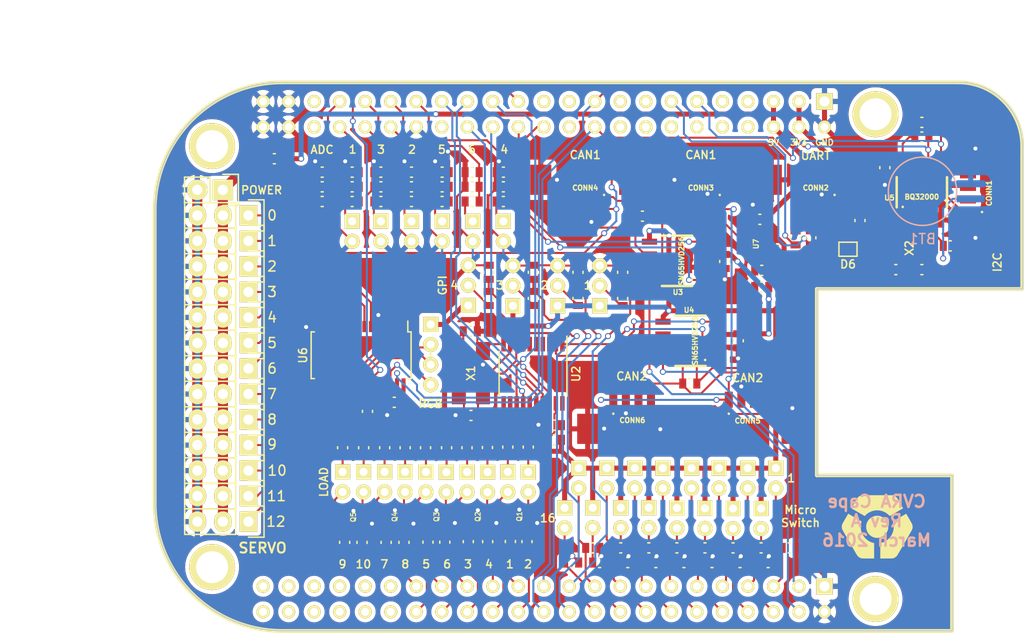
<source format=kicad_pcb>
(kicad_pcb (version 20221018) (generator pcbnew)
  (title_block (title "CVRA Cape") (date "2016-03-04") (rev "A") (company "CVRA"))
  (layers (0 "F.Cu" signal) (31 "B.Cu" signal) (34 "B.Paste" user) (35 "F.Paste" user) (36 "B.SilkS" user "B.Silkscreen") (37 "F.SilkS" user "F.Silkscreen") (38 "B.Mask" user) (39 "F.Mask" user) (44 "Edge.Cuts" user))
  (net 0 "")
  (net 1 "Net-(BT1-Pad1)")
  (net 2 "GND")
  (net 3 "Net-(C1-Pad1)")
  (net 4 "+3V3")
  (net 5 "Net-(C3-Pad1)")
  (net 6 "+5V")
  (net 7 "/V_CAN_BUS_SENSE")
  (net 8 "/ADC_IN_1")
  (net 9 "/ADC_IN_2")
  (net 10 "/ADC_IN_3")
  (net 11 "/ADC_IN_4")
  (net 12 "/ADC_IN_5")
  (net 13 "/ADC_IN_6")
  (net 14 "Net-(C15-Pad1)")
  (net 15 "Net-(C16-Pad1)")
  (net 16 "/I2C2_SDA")
  (net 17 "/I2C2_SCL")
  (net 18 "Net-(CONN2-Pad4)")
  (net 19 "Net-(CONN2-Pad3)")
  (net 20 "Net-(CONN3-Pad4)")
  (net 21 "Net-(CONN3-Pad3)")
  (net 22 "/V_CAN_BUS")
  (net 23 "Net-(CONN5-Pad4)")
  (net 24 "Net-(CONN5-Pad3)")
  (net 25 "Net-(CONN7-Pad1)")
  (net 26 "Net-(CONN8-Pad1)")
  (net 27 "Net-(CONN9-Pad1)")
  (net 28 "Net-(CONN10-Pad1)")
  (net 29 "Net-(CONN11-Pad1)")
  (net 30 "Net-(CONN12-Pad1)")
  (net 31 "Net-(CONN13-Pad2)")
  (net 32 "Net-(CONN14-Pad2)")
  (net 33 "Net-(CONN15-Pad2)")
  (net 34 "Net-(CONN16-Pad2)")
  (net 35 "Net-(CONN17-Pad1)")
  (net 36 "Net-(CONN17-Pad2)")
  (net 37 "Net-(CONN18-Pad1)")
  (net 38 "Net-(CONN18-Pad2)")
  (net 39 "Net-(CONN19-Pad1)")
  (net 40 "Net-(CONN19-Pad2)")
  (net 41 "Net-(CONN20-Pad1)")
  (net 42 "Net-(CONN20-Pad2)")
  (net 43 "/Actuators/PWM_0")
  (net 44 "/Actuators/POWER")
  (net 45 "/Actuators/PWM_1")
  (net 46 "/Actuators/PWM_2")
  (net 47 "/Actuators/PWM_3")
  (net 48 "Net-(CONN25-Pad1)")
  (net 49 "Net-(CONN25-Pad2)")
  (net 50 "Net-(CONN26-Pad1)")
  (net 51 "Net-(CONN26-Pad2)")
  (net 52 "/Actuators/PWM_4")
  (net 53 "/Actuators/PWM_5")
  (net 54 "/Actuators/PWM_6")
  (net 55 "/Actuators/PWM_7")
  (net 56 "Net-(CONN31-Pad1)")
  (net 57 "Net-(CONN31-Pad2)")
  (net 58 "Net-(CONN32-Pad1)")
  (net 59 "Net-(CONN32-Pad2)")
  (net 60 "/Actuators/PWM_8")
  (net 61 "/Actuators/PWM_9")
  (net 62 "/Actuators/PWM_10")
  (net 63 "/Actuators/PWM_11")
  (net 64 "Net-(CONN37-Pad1)")
  (net 65 "Net-(CONN37-Pad2)")
  (net 66 "Net-(CONN38-Pad1)")
  (net 67 "Net-(CONN38-Pad2)")
  (net 68 "/Actuators/PWM_12")
  (net 69 "/Actuators/RGB_LED_R")
  (net 70 "/Actuators/RGB_LED_G")
  (net 71 "/Actuators/RGB_LED_B")
  (net 72 "Net-(D1-Pad2)")
  (net 73 "Net-(D1-Pad1)")
  (net 74 "/D_IN_17")
  (net 75 "/D_IN_18")
  (net 76 "/D_IN_19")
  (net 77 "/D_IN_20")
  (net 78 "Net-(D6-Pad1)")
  (net 79 "Net-(Q1-Pad2)")
  (net 80 "Net-(Q1-Pad5)")
  (net 81 "Net-(Q2-Pad2)")
  (net 82 "Net-(Q2-Pad5)")
  (net 83 "Net-(Q3-Pad2)")
  (net 84 "Net-(Q3-Pad5)")
  (net 85 "Net-(Q4-Pad2)")
  (net 86 "Net-(Q4-Pad5)")
  (net 87 "Net-(Q5-Pad2)")
  (net 88 "Net-(Q5-Pad5)")
  (net 89 "/UART4_TX")
  (net 90 "/UART4_RX")
  (net 91 "Net-(R6-Pad1)")
  (net 92 "/D_IN_1")
  (net 93 "/D_IN_2")
  (net 94 "/D_IN_3")
  (net 95 "/D_IN_4")
  (net 96 "/D_IN_5")
  (net 97 "/D_IN_6")
  (net 98 "/D_IN_7")
  (net 99 "/D_IN_8")
  (net 100 "/D_IN_9")
  (net 101 "/D_IN_10")
  (net 102 "/D_IN_11")
  (net 103 "/D_IN_12")
  (net 104 "/D_IN_13")
  (net 105 "/D_IN_14")
  (net 106 "/D_IN_15")
  (net 107 "/D_IN_16")
  (net 108 "/D_OUT_1")
  (net 109 "/D_OUT_2")
  (net 110 "/PWMGEN_OE")
  (net 111 "/D_OUT_3")
  (net 112 "/D_OUT_4")
  (net 113 "/D_OUT_5")
  (net 114 "/D_OUT_6")
  (net 115 "/D_OUT_7")
  (net 116 "/D_OUT_8")
  (net 117 "/D_OUT_9")
  (net 118 "/D_OUT_10")
  (net 119 "Net-(U1-PadC7)")
  (net 120 "Net-(U1-PadC8)")
  (net 121 "Net-(U1-PadC9)")
  (net 122 "Net-(U1-PadC10)")
  (net 123 "Net-(U1-PadC12)")
  (net 124 "Net-(U1-PadC14)")
  (net 125 "Net-(U1-PadC15)")
  (net 126 "Net-(U1-PadC16)")
  (net 127 "Net-(U1-PadC17)")
  (net 128 "Net-(U1-PadC18)")
  (net 129 "Net-(U1-PadC21)")
  (net 130 "Net-(U1-PadC22)")
  (net 131 "Net-(U1-PadC23)")
  (net 132 "/CAN1_RX")
  (net 133 "/CAN1_TX")
  (net 134 "/SPI_CAN_INT")
  (net 135 "/SPI_CAN_CS")
  (net 136 "/SPI_CAN_MOSI")
  (net 137 "/SPI_CAN_MISO")
  (net 138 "/SPI_CAN_SCK")
  (net 139 "Net-(U1-PadC32)")
  (net 140 "Net-(U1-PadC41)")
  (net 141 "Net-(U1-PadC42)")
  (net 142 "/CAN2_SILENT")
  (net 143 "/CAN1_SILENT")
  (net 144 "Net-(U1-PadB35)")
  (net 145 "Net-(U1-PadB36)")
  (net 146 "Net-(U1-PadB37)")
  (net 147 "Net-(U1-PadB38)")
  (net 148 "Net-(U1-PadB39)")
  (net 149 "Net-(U1-PadB40)")
  (net 150 "Net-(U1-PadB41)")
  (net 151 "Net-(U1-PadB42)")
  (net 152 "Net-(U1-PadB43)")
  (net 153 "Net-(U1-PadB44)")
  (net 154 "Net-(U1-PadB45)")
  (net 155 "Net-(U1-PadB46)")
  (net 156 "Net-(U2-Pad1)")
  (net 157 "Net-(U2-Pad2)")
  (net 158 "Net-(U2-Pad3)")
  (net 159 "Net-(U2-Pad4)")
  (net 160 "Net-(U2-Pad5)")
  (net 161 "Net-(U2-Pad6)")
  (net 162 "Net-(U2-Pad7)")
  (net 163 "Net-(U2-Pad11)")
  (net 164 "Net-(U2-Pad12)")
  (net 165 "Net-(U2-Pad15)")
  (net 166 "Net-(U5-Pad7)")
  (net 167 "Net-(U7-Pad4)")
  (net 168 "Net-(U7-Pad6)")
  (footprint "_std:_0603" (layer "F.Cu") (at 114.8207 92.2909 180)
    (fp_text reference "C1" hide)
    (fp_text value "30p" hide)
  )
  (footprint "_std:_0603" (layer "F.Cu") (at 123.128 93.2561 180)
    (fp_text reference "C2" hide)
    (fp_text value "100n" hide)
  )
  (footprint "_std:_0603" (layer "F.Cu") (at 114.7572 83.9089)
    (fp_text reference "C3" hide)
    (fp_text value "30p" hide)
  )
  (footprint "_std:_0603" (layer "F.Cu") (at 140.081 76.962 -90)
    (fp_text reference "C4" hide)
    (fp_text value "100n" hide)
  )
  (footprint "_std:_0603" (layer "F.Cu") (at 141.4272 84.8614 -90)
    (fp_text reference "C5" hide)
    (fp_text value "100n" hide)
  )
  (footprint "_std:_0603" (layer "F.Cu") (at 100.014 68.072 180)
    (fp_text reference "C6" hide)
    (fp_text value "33n" hide)
  )
  (footprint "_std:_0603" (layer "F.Cu") (at 102.9955 68.072 180)
    (fp_text reference "C7" hide)
    (fp_text value "TBD" hide)
  )
  (footprint "_std:_0603" (layer "F.Cu") (at 108.904 68.072 180)
    (fp_text reference "C8" hide)
    (fp_text value "TBD" hide)
  )
  (footprint "_std:_0603" (layer "F.Cu") (at 105.853 68.072 180)
    (fp_text reference "C9" hide)
    (fp_text value "TBD" hide)
  )
  (footprint "_std:_0603" (layer "F.Cu") (at 118.048 68.072 180)
    (fp_text reference "C10" hide)
    (fp_text value "TBD" hide)
  )
  (footprint "_std:_0603" (layer "F.Cu") (at 111.952 68.072 180)
    (fp_text reference "C11" hide)
    (fp_text value "TBD" hide)
  )
  (footprint "_std:_0603" (layer "F.Cu") (at 114.9365 68.072 180)
    (fp_text reference "C12" hide)
    (fp_text value "33n" hide)
  )
  (footprint "_std:_0603" (layer "F.Cu") (at 156.0195 67.6275 -90)
    (fp_text reference "C13" hide)
    (fp_text value "1u" hide)
  )
  (footprint "_std:_0603" (layer "F.Cu") (at 162.5346 75.4126)
    (fp_text reference "C14" hide)
    (fp_text value "220n" hide)
  )
  (footprint "_std:_0603" (layer "F.Cu") (at 159.704 77.7748)
    (fp_text reference "C15" hide)
    (fp_text value "10p" hide)
  )
  (footprint "_std:_0603" (layer "F.Cu") (at 157.1102 77.7748 180)
    (fp_text reference "C16" hide)
    (fp_text value "10p" hide)
  )
  (footprint "_std:_0603" (layer "F.Cu") (at 107.188 90.9828 180)
    (fp_text reference "C17" hide)
    (fp_text value "100n" hide)
  )
  (footprint "_std:_0603" (layer "F.Cu") (at 143.575 72.771)
    (fp_text reference "C18" hide)
    (fp_text value "10u" hide)
  )
  (footprint "_connectors:_Molex-PicoBlade-SMD-4" (layer "F.Cu") (at 167.1955 70.1675 90)
    (fp_text reference "CONN1")
    (fp_text value "I2C")
  )
  (footprint "_connectors:_Molex-PicoBlade-SMD-4" (layer "F.Cu") (at 149.1415 68.834 180)
    (fp_text reference "CONN2")
    (fp_text value "UART")
  )
  (footprint "_connectors:_Molex-PicoBlade-SMD-4" (layer "F.Cu") (at 137.7115 68.834 180)
    (fp_text reference "CONN3")
    (fp_text value "CAN1")
  )
  (footprint "_connectors:_Molex-PicoBlade-SMD-4" (layer "F.Cu") (at 126.1945 68.834 180)
    (fp_text reference "CONN4")
    (fp_text value "CAN1")
  )
  (footprint "_connectors:_Molex-PicoBlade-SMD-4" (layer "F.Cu") (at 142.3597 93.6244)
    (fp_text reference "CONN5")
    (fp_text value "CAN2")
  )
  (footprint "_connectors:_Molex-PicoBlade-SMD-4" (layer "F.Cu") (at 130.8662 93.6244)
    (fp_text reference "CONN6")
    (fp_text value "CAN2")
  )
  (footprint "_connectors:_Pin2mm_2" (layer "F.Cu") (at 102.997 73.9615 -90)
    (fp_text reference "CONN7" hide)
    (fp_text value "ADC_2PIN" hide)
  )
  (footprint "_connectors:_Pin2mm_2" (layer "F.Cu") (at 108.9025 73.9615 -90)
    (fp_text reference "CONN8" hide)
    (fp_text value "ADC_2PIN" hide)
  )
  (footprint "_connectors:_Pin2mm_2" (layer "F.Cu") (at 105.8545 73.9615 -90)
    (fp_text reference "CONN9" hide)
    (fp_text value "ADC_2PIN" hide)
  )
  (footprint "_connectors:_Pin2mm_2" (layer "F.Cu") (at 118.0465 73.9615 -90)
    (fp_text reference "CONN10" hide)
    (fp_text value "ADC_2PIN" hide)
  )
  (footprint "_connectors:_Pin2mm_2" (layer "F.Cu") (at 111.9505 73.9615 -90)
    (fp_text reference "CONN11" hide)
    (fp_text value "ADC_2PIN" hide)
  )
  (footprint "_connectors:_Pin2mm_2" (layer "F.Cu") (at 114.9985 73.9615 -90)
    (fp_text reference "CONN12" hide)
    (fp_text value "ADC_2PIN" hide)
  )
  (footprint "_connectors:_Pin2mm_3" (layer "F.Cu") (at 127.635 79.375 90)
    (fp_text reference "CONN13")
    (fp_text value "GPI")
  )
  (footprint "_connectors:_Pin2mm_3" (layer "F.Cu") (at 123.444 79.375 90)
    (fp_text reference "CONN14")
    (fp_text value "GPI")
  )
  (footprint "_connectors:_Pin2mm_3" (layer "F.Cu") (at 118.999 79.375 90)
    (fp_text reference "CONN15")
    (fp_text value "GPI")
  )
  (footprint "_connectors:_Pin2mm_3" (layer "F.Cu") (at 114.554 79.343 90)
    (fp_text reference "CONN16")
    (fp_text value "GPI")
  )
  (footprint "_connectors:_Pin2mm_2" (layer "F.Cu") (at 120.523 98.9203 -90)
    (fp_text reference "CONN17" hide)
    (fp_text value "LOAD" hide)
  )
  (footprint "_connectors:_Pin2mm_2" (layer "F.Cu") (at 118.491 98.9043 -90)
    (fp_text reference "CONN18" hide)
    (fp_text value "LOAD" hide)
  )
  (footprint "_connectors:_Pin2mm_2" (layer "F.Cu") (at 116.4717 98.9297 -90)
    (fp_text reference "CONN19" hide)
    (fp_text value "LOAD" hide)
  )
  (footprint "_connectors:_Pin2mm_2" (layer "F.Cu") (at 114.4397 98.9203 -90)
    (fp_text reference "CONN20" hide)
    (fp_text value "LOAD" hide)
  )
  (footprint "Pin_Headers:Pin_Header_Straight_1x03" (layer "F.Cu") (at 92.6719 72.3773 -90)
    (fp_text reference "0")
    (fp_text value "SERVO" hide)
  )
  (footprint "Pin_Headers:Pin_Header_Straight_1x03" (layer "F.Cu") (at 92.6719 74.9173 -90)
    (fp_text reference "1")
    (fp_text value "SERVO" hide)
  )
  (footprint "Pin_Headers:Pin_Header_Straight_1x03" (layer "F.Cu") (at 92.6719 77.4573 -90)
    (fp_text reference "2")
    (fp_text value "SERVO")
  )
  (footprint "Pin_Headers:Pin_Header_Straight_1x03" (layer "F.Cu") (at 92.6719 79.9973 -90)
    (fp_text reference "3")
    (fp_text value "SERVO")
  )
  (footprint "_connectors:_Pin2mm_2" (layer "F.Cu") (at 112.3696 98.9363 -90)
    (fp_text reference "CONN25" hide)
    (fp_text value "LOAD" hide)
  )
  (footprint "_connectors:_Pin2mm_2" (layer "F.Cu") (at 110.3376 98.9203 -90)
    (fp_text reference "CONN26" hide)
    (fp_text value "LOAD" hide)
  )
  (footprint "Pin_Headers:Pin_Header_Straight_1x03" (layer "F.Cu") (at 92.6719 82.5373 -90)
    (fp_text reference "4")
    (fp_text value "SERVO")
  )
  (footprint "Pin_Headers:Pin_Header_Straight_1x03" (layer "F.Cu") (at 92.6719 85.0773 -90)
    (fp_text reference "5")
    (fp_text value "SERVO")
  )
  (footprint "Pin_Headers:Pin_Header_Straight_1x03" (layer "F.Cu") (at 92.6719 87.6173 -90)
    (fp_text reference "6")
    (fp_text value "SERVO")
  )
  (footprint "Pin_Headers:Pin_Header_Straight_1x03" (layer "F.Cu") (at 92.6719 90.1573 -90)
    (fp_text reference "7")
    (fp_text value "SERVO")
  )
  (footprint "_connectors:_Pin2mm_2" (layer "F.Cu") (at 108.2548 98.9043 -90)
    (fp_text reference "CONN31" hide)
    (fp_text value "LOAD" hide)
  )
  (footprint "_connectors:_Pin2mm_2" (layer "F.Cu") (at 106.2228 98.9043 -90)
    (fp_text reference "CONN32" hide)
    (fp_text value "LOAD" hide)
  )
  (footprint "Pin_Headers:Pin_Header_Straight_1x03" (layer "F.Cu") (at 92.6719 92.6973 -90)
    (fp_text reference "8")
    (fp_text value "SERVO")
  )
  (footprint "Pin_Headers:Pin_Header_Straight_1x03" (layer "F.Cu") (at 92.6719 95.2373 -90)
    (fp_text reference "9")
    (fp_text value "SERVO")
  )
  (footprint "Pin_Headers:Pin_Header_Straight_1x03" (layer "F.Cu") (at 92.6719 97.7773 -90)
    (fp_text reference "10")
    (fp_text value "SERVO")
  )
  (footprint "Pin_Headers:Pin_Header_Straight_1x03" (layer "F.Cu") (at 92.6719 100.3173 -90)
    (fp_text reference "11")
    (fp_text value "SERVO")
  )
  (footprint "_connectors:_Pin2mm_2" (layer "F.Cu") (at 104.1273 98.9043 -90)
    (fp_text reference "CONN37" hide)
    (fp_text value "LOAD" hide)
  )
  (footprint "_connectors:_Pin2mm_2" (layer "F.Cu") (at 102.0445 98.9043 -90)
    (fp_text reference "CONN38" hide)
    (fp_text value "LOAD" hide)
  )
  (footprint "Pin_Headers:Pin_Header_Straight_1x03" (layer "F.Cu") (at 92.6719 102.8573 -90)
    (fp_text reference "12")
    (fp_text value "SERVO")
  )
  (footprint "_connectors:_Pin2mm_4" (layer "F.Cu") (at 110.8075 86.233 -90)
    (fp_text reference "CONN40")
    (fp_text value "RGB")
  )
  (footprint "_std:_0603" (layer "F.Cu") (at 143.7655 77.851 180)
    (fp_text reference "D1" hide)
    (fp_text value "CAN_PWR" hide)
  )
  (footprint "_std:_0603" (layer "F.Cu") (at 129.921 78.0415 90)
    (fp_text reference "D2" hide)
    (fp_text value "3.3V" hide)
  )
  (footprint "_std:_0603" (layer "F.Cu") (at 125.476 78.0415 90)
    (fp_text reference "D3" hide)
    (fp_text value "3.3V" hide)
  )
  (footprint "_std:_0603" (layer "F.Cu") (at 121.031 78.043 90)
    (fp_text reference "D4" hide)
    (fp_text value "3.3V" hide)
  )
  (footprint "_std:_0603" (layer "F.Cu") (at 116.586 78.0415 90)
    (fp_text reference "D5" hide)
    (fp_text value "3.3V" hide)
  )
  (footprint "_std:Diode_SMini2" (layer "F.Cu") (at 152.3492 75.7428 180)
    (fp_text reference "D6")
    (fp_text value "DB2J314")
  )
  (footprint "_std:SOT363" (layer "F.Cu") (at 119.6015 102.347 90)
    (fp_text reference "Q1")
    (fp_text value "MBT3904DW1T1")
  )
  (footprint "_std:SOT363" (layer "F.Cu") (at 115.5121 102.3643 90)
    (fp_text reference "Q2")
    (fp_text value "MBT3904DW1T1")
  )
  (footprint "_std:SOT363" (layer "F.Cu") (at 111.3988 102.3747 90)
    (fp_text reference "Q3")
    (fp_text value "MBT3904DW1T1")
  )
  (footprint "_std:SOT363" (layer "F.Cu") (at 107.2332 102.3747 90)
    (fp_text reference "Q4")
    (fp_text value "MBT3904DW1T1")
  )
  (footprint "_std:SOT363" (layer "F.Cu") (at 103.1057 102.4151 90)
    (fp_text reference "Q5")
    (fp_text value "MBT3904DW1T1")
  )
  (footprint "_std:_0603" (layer "F.Cu") (at 159.704 63.119)
    (fp_text reference "R1" hide)
    (fp_text value "4.7k" hide)
  )
  (footprint "_std:_0603" (layer "F.Cu") (at 159.7025 64.5795)
    (fp_text reference "R2" hide)
    (fp_text value "4.7k" hide)
  )
  (footprint "_std:_0603" (layer "F.Cu") (at 95.25 66.7385 180)
    (fp_text reference "R3" hide)
    (fp_text value "0" hide)
  )
  (footprint "_std:_0603" (layer "F.Cu") (at 148.6535 74.6125 -90)
    (fp_text reference "R4" hide)
    (fp_text value "330" hide)
  )
  (footprint "_std:_0603" (layer "F.Cu") (at 147.1295 74.6125 -90)
    (fp_text reference "R5" hide)
    (fp_text value "330" hide)
  )
  (footprint "_std:_0603" (layer "F.Cu") (at 123.128 94.7166)
    (fp_text reference "R6" hide)
    (fp_text value "10k" hide)
  )
  (footprint "_std:_0603" (layer "F.Cu") (at 100.014 70.993)
    (fp_text reference "R7" hide)
    (fp_text value "8.2k" hide)
  )
  (footprint "_std:_0603" (layer "F.Cu") (at 100.014 69.5325 180)
    (fp_text reference "R8" hide)
    (fp_text value "820" hide)
  )
  (footprint "_std:_0603" (layer "F.Cu") (at 131.8895 72.4535 180)
    (fp_text reference "R9" hide)
    (fp_text value "120" hide)
  )
  (footprint "_std:_0603" (layer "F.Cu") (at 136.6012 89.1159)
    (fp_text reference "R10" hide)
    (fp_text value "120" hide)
  )
  (footprint "_std:_0603" (layer "F.Cu") (at 146.496 105.4735)
    (fp_text reference "R11" hide)
    (fp_text value "10k" hide)
  )
  (footprint "_std:_0603" (layer "F.Cu") (at 144.4005 106.934)
    (fp_text reference "R12" hide)
    (fp_text value "10k" hide)
  )
  (footprint "_std:_0603" (layer "F.Cu") (at 143.702 105.4735)
    (fp_text reference "R13" hide)
    (fp_text value "10k" hide)
  )
  (footprint "_std:_0603" (layer "F.Cu") (at 141.605 106.934)
    (fp_text reference "R14" hide)
    (fp_text value "10k" hide)
  )
  (footprint "_std:_0603" (layer "F.Cu") (at 102.9955 70.993 180)
    (fp_text reference "R15" hide)
    (fp_text value "TBD" hide)
  )
  (footprint "_std:_0603" (layer "F.Cu") (at 102.9955 69.5325)
    (fp_text reference "R16" hide)
    (fp_text value "820" hide)
  )
  (footprint "_std:_0603" (layer "F.Cu") (at 108.901 70.993 180)
    (fp_text reference "R17" hide)
    (fp_text value "TBD" hide)
  )
  (footprint "_std:_0603" (layer "F.Cu") (at 108.901 69.5325)
    (fp_text reference "R18" hide)
    (fp_text value "820" hide)
  )
  (footprint "_std:_0603" (layer "F.Cu") (at 140.908 105.4735)
    (fp_text reference "R19" hide)
    (fp_text value "10k" hide)
  )
  (footprint "_std:_0603" (layer "F.Cu") (at 138.8125 106.934)
    (fp_text reference "R20" hide)
    (fp_text value "10k" hide)
  )
  (footprint "_std:_0603" (layer "F.Cu") (at 138.114 105.4735)
    (fp_text reference "R21" hide)
    (fp_text value "10k" hide)
  )
  (footprint "_std:_0603" (layer "F.Cu") (at 136.0185 106.934)
    (fp_text reference "R22" hide)
    (fp_text value "10k" hide)
  )
  (footprint "_std:_0603" (layer "F.Cu") (at 135.3185 105.4735)
    (fp_text reference "R23" hide)
    (fp_text value "10k" hide)
  )
  (footprint "_std:_0603" (layer "F.Cu") (at 133.2245 106.934)
    (fp_text reference "R24" hide)
    (fp_text value "10k" hide)
  )
  (footprint "_std:_0603" (layer "F.Cu") (at 105.853 70.993 180)
    (fp_text reference "R25" hide)
    (fp_text value "TBD" hide)
  )
  (footprint "_std:_0603" (layer "F.Cu") (at 105.856 69.5325)
    (fp_text reference "R26" hide)
    (fp_text value "820" hide)
  )
  (footprint "_std:_0603" (layer "F.Cu") (at 118.045 70.993 180)
    (fp_text reference "R27" hide)
    (fp_text value "TBD" hide)
  )
  (footprint "_std:_0603" (layer "F.Cu") (at 118.045 69.5325)
    (fp_text reference "R28" hide)
    (fp_text value "820" hide)
  )
  (footprint "_std:_0603" (layer "F.Cu") (at 132.526 105.4735)
    (fp_text reference "R29" hide)
    (fp_text value "10k" hide)
  )
  (footprint "_std:_0603" (layer "F.Cu") (at 130.4305 106.934)
    (fp_text reference "R30" hide)
    (fp_text value "10k" hide)
  )
  (footprint "_std:_0603" (layer "F.Cu") (at 129.732 105.4735)
    (fp_text reference "R31" hide)
    (fp_text value "10k" hide)
  )
  (footprint "_std:_0603" (layer "F.Cu") (at 127.635 106.934)
    (fp_text reference "R32" hide)
    (fp_text value "10k" hide)
  )
  (footprint "_std:_0603" (layer "F.Cu") (at 126.938 105.4735)
    (fp_text reference "R33" hide)
    (fp_text value "10k" hide)
  )
  (footprint "_std:_0603" (layer "F.Cu") (at 124.8395 106.934)
    (fp_text reference "R34" hide)
    (fp_text value "10k" hide)
  )
  (footprint "_std:_0603" (layer "F.Cu") (at 111.949 70.993 180)
    (fp_text reference "R35" hide)
    (fp_text value "TBD" hide)
  )
  (footprint "_std:_0603" (layer "F.Cu") (at 111.952 69.5325)
    (fp_text reference "R36" hide)
    (fp_text value "820" hide)
  )
  (footprint "_std:_0603" (layer "F.Cu") (at 114.935 70.993 180)
    (fp_text reference "R37" hide)
    (fp_text value "4.2k" hide)
  )
  (footprint "_std:_0603" (layer "F.Cu") (at 114.9335 69.5325)
    (fp_text reference "R38" hide)
    (fp_text value "820" hide)
  )
  (footprint "_std:_0603" (layer "F.Cu") (at 129.921 80.645 90)
    (fp_text reference "R39" hide)
    (fp_text value "1k" hide)
  )
  (footprint "_std:_0603" (layer "F.Cu") (at 125.476 80.6435 90)
    (fp_text reference "R40" hide)
    (fp_text value "1k" hide)
  )
  (footprint "_std:_0603" (layer "F.Cu") (at 121.031 80.6435 90)
    (fp_text reference "R41" hide)
    (fp_text value "1k" hide)
  )
  (footprint "_std:_0603" (layer "F.Cu") (at 116.586 80.6465 90)
    (fp_text reference "R42" hide)
    (fp_text value "1k" hide)
  )
  (footprint "_std:_0603" (layer "F.Cu") (at 118.745 104.84 -90)
    (fp_text reference "R43" hide)
    (fp_text value "1k" hide)
  )
  (footprint "_std:_0603" (layer "F.Cu") (at 120.396 104.8497 -90)
    (fp_text reference "R44" hide)
    (fp_text value "1k" hide)
  )
  (footprint "_std:_0603" (layer "F.Cu") (at 120.523 95.439 -90)
    (fp_text reference "R45" hide)
    (fp_text value "TBD" hide)
  )
  (footprint "_std:_0603" (layer "F.Cu") (at 118.491 95.439 -90)
    (fp_text reference "R46" hide)
    (fp_text value "TBD" hide)
  )
  (footprint "_std:_0603" (layer "F.Cu") (at 104.521 91.8845 90)
    (fp_text reference "R47" hide)
    (fp_text value "10k" hide)
  )
  (footprint "_std:_0603" (layer "F.Cu") (at 114.554 104.8527 -90)
    (fp_text reference "R48" hide)
    (fp_text value "1k" hide)
  )
  (footprint "_std:_0603" (layer "F.Cu") (at 116.4844 104.8527 -90)
    (fp_text reference "R49" hide)
    (fp_text value "1k" hide)
  )
  (footprint "_std:_0603" (layer "F.Cu") (at 116.459 95.4801 -90)
    (fp_text reference "R50" hide)
    (fp_text value "TBD" hide)
  )
  (footprint "_std:_0603" (layer "F.Cu") (at 114.427 95.5025 -90)
    (fp_text reference "R51" hide)
    (fp_text value "TBD" hide)
  )
  (footprint "_std:_0603" (layer "F.Cu") (at 110.5408 104.9035 -90)
    (fp_text reference "R52" hide)
    (fp_text value "1k" hide)
  )
  (footprint "_std:_0603" (layer "F.Cu") (at 112.2172 104.9035 -90)
    (fp_text reference "R53" hide)
    (fp_text value "1k" hide)
  )
  (footprint "_std:_0603" (layer "F.Cu") (at 112.395 95.5055 -90)
    (fp_text reference "R54" hide)
    (fp_text value "TBD" hide)
  )
  (footprint "_std:_0603" (layer "F.Cu") (at 110.2995 95.5025 -90)
    (fp_text reference "R55" hide)
    (fp_text value "TBD" hide)
  )
  (footprint "_std:_0603" (layer "F.Cu") (at 106.3752 104.9259 -90)
    (fp_text reference "R56" hide)
    (fp_text value "1k" hide)
  )
  (footprint "_std:_0603" (layer "F.Cu") (at 108.1532 104.9259 -90)
    (fp_text reference "R57" hide)
    (fp_text value "1k" hide)
  )
  (footprint "_std:_0603" (layer "F.Cu") (at 108.2675 95.5025 -90)
    (fp_text reference "R58" hide)
    (fp_text value "TBD" hide)
  )
  (footprint "_std:_0603" (layer "F.Cu") (at 106.2355 95.5025 -90)
    (fp_text reference "R59" hide)
    (fp_text value "TBD" hide)
  )
  (footprint "_std:_0603" (layer "F.Cu") (at 102.2477 104.9259 -90)
    (fp_text reference "R60" hide)
    (fp_text value "1k" hide)
  )
  (footprint "_std:_0603" (layer "F.Cu") (at 103.9749 104.9289 -90)
    (fp_text reference "R61" hide)
    (fp_text value "1k" hide)
  )
  (footprint "_std:_0603" (layer "F.Cu") (at 104.14 95.5055 -90)
    (fp_text reference "R62" hide)
    (fp_text value "TBD" hide)
  )
  (footprint "_std:_0603" (layer "F.Cu") (at 102.0445 95.5025 -90)
    (fp_text reference "R63" hide)
    (fp_text value "TBD" hide)
  )
  (footprint "_std:_0603" (layer "F.Cu") (at 143.7625 79.502 180)
    (fp_text reference "R64" hide)
    (fp_text value "1k" hide)
  )
  (footprint "_std:_0603" (layer "F.Cu") (at 153.543 72.8868 90)
    (fp_text reference "R65" hide)
    (fp_text value "910" hide)
  )
  (footprint "_connectors:_Pin2mm_2" (layer "F.Cu") (at 145.161 98.536 -90)
    (fp_text reference "SW1" hide)
    (fp_text value "MicroSwitch" hide)
  )
  (footprint "_connectors:_Pin2mm_2" (layer "F.Cu") (at 143.7005 102.5525 -90)
    (fp_text reference "SW2" hide)
    (fp_text value "MicroSwitch" hide)
  )
  (footprint "_connectors:_Pin2mm_2" (layer "F.Cu") (at 142.367 98.536 -90)
    (fp_text reference "SW3" hide)
    (fp_text value "MicroSwitch" hide)
  )
  (footprint "_connectors:_Pin2mm_2" (layer "F.Cu") (at 140.9065 102.5525 -90)
    (fp_text reference "SW4" hide)
    (fp_text value "MicroSwitch" hide)
  )
  (footprint "_connectors:_Pin2mm_2" (layer "F.Cu") (at 139.5095 98.536 -90)
    (fp_text reference "SW5" hide)
    (fp_text value "MicroSwitch" hide)
  )
  (footprint "_connectors:_Pin2mm_2" (layer "F.Cu") (at 138.1125 102.5365 -90)
    (fp_text reference "SW6" hide)
    (fp_text value "MicroSwitch" hide)
  )
  (footprint "_connectors:_Pin2mm_2" (layer "F.Cu") (at 136.779 98.536 -90)
    (fp_text reference "SW7" hide)
    (fp_text value "MicroSwitch" hide)
  )
  (footprint "_connectors:_Pin2mm_2" (layer "F.Cu") (at 135.3185 102.505 -90)
    (fp_text reference "SW8" hide)
    (fp_text value "MicroSwitch" hide)
  )
  (footprint "_connectors:_Pin2mm_2" (layer "F.Cu") (at 133.9215 98.536 -90)
    (fp_text reference "SW9" hide)
    (fp_text value "MicroSwitch" hide)
  )
  (footprint "_connectors:_Pin2mm_2" (layer "F.Cu") (at 132.5245 102.473 -90)
    (fp_text reference "SW10" hide)
    (fp_text value "MicroSwitch" hide)
  )
  (footprint "_connectors:_Pin2mm_2" (layer "F.Cu") (at 131.1275 98.536 -90)
    (fp_text reference "SW11" hide)
    (fp_text value "MicroSwitch" hide)
  )
  (footprint "_connectors:_Pin2mm_2" (layer "F.Cu") (at 129.7305 102.473 -90)
    (fp_text reference "SW12" hide)
    (fp_text value "MicroSwitch" hide)
  )
  (footprint "_connectors:_Pin2mm_2" (layer "F.Cu") (at 128.3335 98.536 -90)
    (fp_text reference "SW13" hide)
    (fp_text value "MicroSwitch" hide)
  )
  (footprint "_connectors:_Pin2mm_2" (layer "F.Cu") (at 126.9365 102.473 -90)
    (fp_text reference "SW14" hide)
    (fp_text value "MicroSwitch" hide)
  )
  (footprint "_connectors:_Pin2mm_2" (layer "F.Cu") (at 125.5395 98.536 -90)
    (fp_text reference "SW15" hide)
    (fp_text value "MicroSwitch" hide)
  )
  (footprint "_connectors:_Pin2mm_2" (layer "F.Cu") (at 124.1425 102.489 -90)
    (fp_text reference "SW16" hide)
    (fp_text value "MicroSwitch" hide)
  )
  (footprint "_beaglebone:BEAGLEBONE" (layer "F.Cu") (at 126.5174 86.4362)
    (fp_text reference "U1" hide)
    (fp_text value "BEAGLEBONE" hide)
  )
  (footprint "_std:TSSOP20" (layer "F.Cu") (at 120.9958 88.1416 -90)
    (fp_text reference "U2")
    (fp_text value "MCP2515_TSSOP")
  )
  (footprint "_std:_SO-8" (layer "F.Cu") (at 138.088 78.8035 90)
    (fp_text reference "U3")
    (fp_text value "SN65HVD256")
  )
  (footprint "_std:_SO-8" (layer "F.Cu") (at 139.4342 86.7664 90)
    (fp_text reference "U4")
    (fp_text value "SN65HVD256")
  )
  (footprint "_std:_SO-8" (layer "F.Cu") (at 157.7975 72.8345)
    (fp_text reference "U5")
    (fp_text value "BQ32000")
  )
  (footprint "_std:TSSOP28" (layer "F.Cu") (at 103.886 86.2965 -90)
    (fp_text reference "U6")
    (fp_text value "PCA9685")
  )
  (footprint "_dfn:DFN_8-Lead_2mmx3mm" (layer "F.Cu") (at 143.6975 75.224 -90)
    (fp_text reference "U7")
    (fp_text value "LTC4362")
  )
  (footprint "_div:XTAL_ABMM2" (layer "F.Cu") (at 114.8142 88.0774 90)
    (fp_text reference "X1")
    (fp_text value "8Mhz")
  )
  (footprint "_div:XTAL_ABS07" (layer "F.Cu") (at 158.4198 75.692 180)
    (fp_text reference "X2")
    (fp_text value "32768Hz")
  )
  (footprint "_logo:CVRA-logo-big" (layer "F.Cu") (at 155.2575 103.378)
    (fp_text reference "G***" hide)
    (fp_text value "LOGO" hide)
  )
  (footprint "Pin_Headers:Pin_Header_Straight_1x02" (layer "F.Cu") (at 90.1192 69.8373 -90)
    (fp_text reference "POWER")
    (fp_text value "Power Connector")
  )
  (footprint "_div:Battery_ML621" (layer "B.Cu") (at 159.766 69.977)
    (fp_text reference "BT1")
    (fp_text value "ML621")
  )
  (gr_arc (start 163.3855 59.1185) (mid 167.875628 60.978372) (end 169.7355 65.4685) (stroke (width 0.15)) (layer "Edge.Cuts"))
  (gr_line (start 169.7355 79.6925) (end 149.2885 79.6925) (stroke (width 0.15)) (layer "Edge.Cuts"))
  (gr_line (start 169.7355 79.6925) (end 169.7355 66.7385) (stroke (width 0.15)) (layer "Edge.Cuts"))
  (gr_arc (start 96.0755 113.7285) (mid 87.095244 110.008756) (end 83.3755 101.0285) (stroke (width 0.15)) (layer "Edge.Cuts"))
  (gr_line (start 162.7505 98.2345) (end 149.2885 98.2345) (stroke (width 0.15)) (layer "Edge.Cuts"))
  (gr_line (start 96.0755 113.7285) (end 162.7505 113.7285) (stroke (width 0.15)) (layer "Edge.Cuts"))
  (gr_arc (start 83.3755 71.8185) (mid 87.095244 62.838244) (end 96.0755 59.1185) (stroke (width 0.15)) (layer "Edge.Cuts"))
  (gr_line (start 162.7505 113.7285) (end 162.7505 98.2345) (stroke (width 0.15)) (layer "Edge.Cuts"))
  (gr_line (start 149.2885 79.6925) (end 149.2885 98.2345) (stroke (width 0.15)) (layer "Edge.Cuts"))
  (gr_line (start 96.0755 59.1185) (end 163.3855 59.1185) (stroke (width 0.15)) (layer "Edge.Cuts"))
  (gr_line (start 83.3755 71.8185) (end 83.3755 101.0285) (stroke (width 0.15)) (layer "Edge.Cuts"))
  (gr_line (start 169.7355 65.4685) (end 169.7355 66.7385) (stroke (width 0.15)) (layer "Edge.Cuts"))
  (gr_text "CVRA Cape\nRev A\nMarch 2016" (at 155.194 102.7811) (layer "B.SilkS") (effects (font (size 1.2 1.2) (thickness 0.25)) (justify mirror)))
  (gr_text "3" (at 105.8672 65.8241) (layer "F.SilkS") (effects (font (size 0.8 0.8))))
  (gr_text "2" (at 108.9533 65.8241) (layer "F.SilkS") (effects (font (size 0.8 0.8))))
  (gr_text "5" (at 111.9251 65.8241) (layer "F.SilkS") (effects (font (size 0.8 0.8))))
  (gr_text "6" (at 114.9096 65.8241) (layer "F.SilkS") (effects (font (size 0.8 0.8))))
  (gr_text "4" (at 118.1354 65.8241) (layer "F.SilkS") (effects (font (size 0.8 0.8))))
  (gr_text "4" (at 113.157 79.3369) (layer "F.SilkS") (effects (font (size 0.8 0.8))))
  (gr_text "3" (at 117.7036 79.3369) (layer "F.SilkS") (effects (font (size 0.8 0.8))))
  (gr_text "2" (at 122.1359 79.3369) (layer "F.SilkS") (effects (font (size 0.8 0.8))))
  (gr_text "1" (at 126.4412 79.3369) (layer "F.SilkS") (effects (font (size 0.8 0.8))))
  (gr_text "GPI" (at 112.0013 79.3369 90) (layer "F.SilkS") (effects (font (size 0.8 0.8))))
  (gr_text "LOAD" (at 100.1776 98.9203 90) (layer "F.SilkS") (effects (font (size 0.8 0.8))))
  (gr_text "9" (at 102.0318 107.0991) (layer "F.SilkS") (effects (font (size 0.8 0.8))))
  (gr_text "2" (at 120.5103 107.0991) (layer "F.SilkS") (effects (font (size 0.8 0.8))))
  (gr_text "1" (at 118.6942 107.0991) (layer "F.SilkS") (effects (font (size 0.8 0.8))))
  (gr_text "4" (at 116.6114 107.0991) (layer "F.SilkS") (effects (font (size 0.8 0.8))))
  (gr_text "3" (at 114.5286 107.0991) (layer "F.SilkS") (effects (font (size 0.8 0.8))))
  (gr_text "6" (at 112.4458 107.0991) (layer "F.SilkS") (effects (font (size 0.8 0.8))))
  (gr_text "5" (at 110.363 107.0991) (layer "F.SilkS") (effects (font (size 0.8 0.8))))
  (gr_text "8" (at 108.2802 107.0991) (layer "F.SilkS") (effects (font (size 0.8 0.8))))
  (gr_text "7" (at 106.1974 107.0991) (layer "F.SilkS") (effects (font (size 0.8 0.8))))
  (gr_text "10" (at 104.1146 107.0991) (layer "F.SilkS") (effects (font (size 0.8 0.8))))
  (gr_text "16" (at 122.4661 102.5144) (layer "F.SilkS") (effects (font (size 0.8 0.8))))
  (gr_text "3V3" (at 147.4343 65.1129) (layer "F.SilkS") (effects (font (size 0.6 0.6) (thickness 0.125))))
  (gr_text "5V" (at 144.9451 65.1256) (layer "F.SilkS") (effects (font (size 0.6 0.6) (thickness 0.125))))
  (gr_text "RGB" (at 110.7948 91.1352) (layer "F.SilkS") (effects (font (size 0.8 0.8))))
  (gr_text "1" (at 146.6977 98.5393) (layer "F.SilkS") (effects (font (size 0.8 0.8))))
  (gr_text "ADC" (at 99.9998 65.8368) (layer "F.SilkS") (effects (font (size 0.8 0.8))))
  (gr_text "Micro\nSwitch" (at 147.6248 102.3366) (layer "F.SilkS") (effects (font (size 0.8 0.8))))
  (gr_text "SERVO" (at 94.0816 105.4862) (layer "F.SilkS") (effects (font (size 1 1) (thickness 0.2))))
  (gr_text "GND" (at 150.0124 65.1129) (layer "F.SilkS") (effects (font (size 0.6 0.6) (thickness 0.125))))
  (gr_text "1" (at 103.0478 65.8114) (layer "F.SilkS") (effects (font (size 0.8 0.8))))
  (segment (start 160.3375 72.8345) (end 160.2105 72.9615) (width 0.2) (layer "F.Cu") (net 1))
  (segment (start 160.3375 71.8185) (end 160.3375 72.8345) (width 0.2) (layer "F.Cu") (net 1))
  (segment (start 161.8346 75.4126) (end 161.8346 76.646) (width 0.2) (layer "F.Cu") (net 1))
  (segment (start 160.3375 73.6219) (end 160.3375 72.8345) (width 0.2) (layer "F.Cu") (net 1))
  (segment (start 161.8346 76.646) (end 161.8234 76.6572) (width 0.2) (layer "F.Cu") (net 1))
  (segment (start 161.8346 75.4126) (end 161.8346 75.119) (width 0.2) (layer "F.Cu") (net 1))
  (segment (start 159.766 71.247) (end 160.3375 71.8185) (width 0.2) (layer "F.Cu") (net 1))
  (segment (start 154.243 72.1868) (end 155.1828 71.247) (width 0.2) (layer "F.Cu") (net 1))
  (segment (start 161.8346 75.119) (end 160.3375 73.6219) (width 0.2) (layer "F.Cu") (net 1))
  (segment (start 155.1828 71.247) (end 159.766 71.247) (width 0.2) (layer "F.Cu") (net 1))
  (segment (start 153.543 72.1868) (end 154.243 72.1868) (width 0.2) (layer "F.Cu") (net 1))
  (via (at 161.8234 76.6572) (size 0.6) (drill 0.4) (layers "F.Cu" "B.Cu") (net 1))
  (segment (start 161.8234 76.6572) (end 161.8234 71.6788) (width 0.2) (layer "B.Cu") (net 1))
  (segment (start 164.566 70.727) (end 163.516 70.727) (width 0.2) (layer "B.Cu") (net 1))
  (segment (start 161.8234 71.6788) (end 162.7752 70.727) (width 0.2) (layer "B.Cu") (net 1))
  (segment (start 162.7752 70.727) (end 164.566 70.727) (width 0.2) (layer "B.Cu") (net 1))
  (segment (start 144.478743 106.312243) (end 145.1005 106.934) (width 0.2) (layer "F.Cu") (net 2))
  (segment (start 133.302743 106.312243) (end 133.9245 106.934) (width 0.2) (layer "F.Cu") (net 2))
  (segment (start 111.9505 74.9615) (end 110.4392 73.4502) (width 0.2) (layer "F.Cu") (net 2))
  (segment (start 133.7056 93.6244) (end 133.6675 93.6625) (width 0.2) (layer "F.Cu") (net 2))
  (segment (start 114.2335 68.075) (end 114.2365 68.072) (width 0.2) (layer "F.Cu") (net 2))
  (segment (start 146.7847 93.6244) (end 146.7847 91.5943) (width 0.2) (layer "F.Cu") (net 2))
  (segment (start 117.345 68.075) (end 117.348 68.072) (width 0.2) (layer "F.Cu") (net 2))
  (segment (start 128.104019 106.594337) (end 127.80402 106.294338) (width 0.2) (layer "F.Cu") (net 2))
  (segment (start 115.4572 83.9089) (end 115.4572 85.3204) (width 0.2) (layer "F.Cu") (net 2))
  (segment (start 105.511 83.4465) (end 106.161 83.4465) (width 0.2) (layer "F.Cu") (net 2))
  (segment (start 138.814 105.4735) (end 138.814 106.219021) (width 0.2) (layer "F.Cu") (net 2))
  (segment (start 104.9609 103.0651) (end 104.9655 103.0605) (width 0.2) (layer "F.Cu") (net 2))
  (segment (start 129.8875 77.375) (end 129.921 77.3415) (width 0.2) (layer "F.Cu") (net 2))
  (segment (start 106.3132 101.7247) (end 107.2492 101.7247) (width 0.2) (layer "F.Cu") (net 2))
  (segment (start 103.0986 101.7651) (end 103.124 101.7905) (width 0.2) (layer "F.Cu") (net 2))
  (segment (start 116.0142 87.23208) (end 116.0145 87.23238) (width 0.2) (layer "F.Cu") (net 2))
  (segment (start 130.2412 92.0723) (end 130.2385 92.075) (width 0.2) (layer "F.Cu") (net 2))
  (segment (start 117.348 68.072) (end 117.348 67.2465) (width 0.2) (layer "F.Cu") (net 2))
  (segment (start 141.7347 89.4107) (end 141.732 89.408) (width 0.2) (layer "F.Cu") (net 2))
  (segment (start 133.2865 68.834) (end 130.6195 68.834) (width 0.2) (layer "F.Cu") (net 2))
  (segment (start 105.156 68.075) (end 105.153 68.072) (width 0.2) (layer "F.Cu") (net 2))
  (segment (start 107.4166 73.4756) (end 107.4166 70.4669) (width 0.2) (layer "F.Cu") (net 2))
  (segment (start 114.2335 69.5325) (end 114.2335 68.075) (width 0.2) (layer "F.Cu") (net 2))
  (segment (start 105.153 68.072) (end 105.153 66.9955) (width 0.2) (layer "F.Cu") (net 2))
  (segment (start 127.638 106.1735) (end 127.758838 106.294338) (width 0.2) (layer "F.Cu") (net 2))
  (segment (start 106.488 90.9828) (end 106.488 92.2416) (width 0.2) (layer "F.Cu") (net 2))
  (segment (start 120.5215 102.997) (end 121.412 102.997) (width 0.2) (layer "F.Cu") (net 2))
  (segment (start 113.1928 103.0247) (end 113.2205 102.997) (width 0.2) (layer "F.Cu") (net 2))
  (segment (start 114.2365 68.072) (end 114.2365 67.818) (width 0.2) (layer "F.Cu") (net 2))
  (segment (start 133.226 105.4735) (end 133.226 106.219021) (width 0.2) (layer "F.Cu") (net 2))
  (segment (start 108.9025 74.9615) (end 107.4166 73.4756) (width 0.2) (layer "F.Cu") (net 2))
  (segment (start 116.7 85.1916) (end 116.0142 85.8774) (width 0.2) (layer "F.Cu") (net 2))
  (segment (start 113.284 92.2655) (end 114.0953 92.2655) (width 0.2) (layer "F.Cu") (net 2))
  (segment (start 147.196 105.54) (end 150.018063 108.362063) (width 0.2) (layer "F.Cu") (net 2))
  (segment (start 99.314 69.5325) (end 99.314 68.072) (width 0.2) (layer "F.Cu") (net 2))
  (segment (start 101.4984 70.4796) (end 102.2955 69.6825) (width 0.2) (layer "F.Cu") (net 2))
  (segment (start 154.073 68.3275) (end 153.5665 68.834) (width 0.2) (layer "F.Cu") (net 2))
  (segment (start 133.2865 68.834) (end 135.0772 68.834) (width 0.2) (layer "F.Cu") (net 2))
  (segment (start 126.4412 93.6244) (end 128.0541 93.6244) (width 0.2) (layer "F.Cu") (net 2))
  (segment (start 111.3767 101.7247) (end 111.379 101.727) (width 0.2) (layer "F.Cu") (net 2))
  (segment (start 108.204 68.072) (end 108.204 69.5295) (width 0.2) (layer "F.Cu") (net 2))
  (segment (start 114.554 77.343) (end 116.5845 77.343) (width 0.2) (layer "F.Cu") (net 2))
  (segment (start 142.875 69.5725) (end 142.1365 68.834) (width 0.2) (layer "F.Cu") (net 2))
  (segment (start 128.0541 93.6244) (end 128.0795 93.599) (width 0.2) (layer "F.Cu") (net 2))
  (segment (start 121.7695 68.834) (end 123.3805 68.834) (width 0.2) (layer "F.Cu") (net 2))
  (segment (start 149.7665 71.734) (end 149.7665 70.328) (width 0.2) (layer "F.Cu") (net 2))
  (segment (start 105.8545 74.9615) (end 104.4448 73.5518) (width 0.2) (layer "F.Cu") (net 2))
  (segment (start 128.335 106.825318) (end 128.104019 106.594337) (width 0.2) (layer "F.Cu") (net 2))
  (segment (start 144.402 106.219021) (end 144.478743 106.295764) (width 0.2) (layer "F.Cu") (net 2))
  (segment (start 107.4166 70.4669) (end 108.201 69.6825) (width 0.2) (layer "F.Cu") (net 2))
  (segment (start 106.811 83.4465) (end 107.461 83.4465) (width 0.2) (layer "F.Cu") (net 2))
  (segment (start 106.161 90.6558) (end 106.161 89.1465) (width 0.2) (layer "F.Cu") (net 2))
  (segment (start 106.4768 90.9828) (end 106.488 90.9828) (width 0.2) (layer "F.Cu") (net 2))
  (segment (start 127.758838 106.294338) (end 127.80402 106.294338) (width 0.2) (layer "F.Cu") (net 2))
  (segment (start 106.161 83.4465) (end 106.811 83.4465) (width 0.2) (layer "F.Cu") (net 2))
  (segment (start 116.5845 77.343) (end 116.586 77.3415) (width 0.2) (layer "F.Cu") (net 2))
  (segment (start 137.9347 93.6244) (end 135.2912 93.6244) (width 0.2) (layer "F.Cu") (net 2))
  (segment (start 110.4788 101.7247) (end 111.3767 101.7247) (width 0.2) (layer "F.Cu") (net 2))
  (segment (start 117.345 69.5325) (end 117.345 68.075) (width 0.2) (layer "F.Cu") (net 2))
  (segment (start 125.5395 106.934) (end 125.5395 106.8705) (width 0.2) (layer "F.Cu") (net 2))
  (segment (start 131.1305 106.916248) (end 130.508131 106.293879) (width 0.2) (layer "F.Cu") (net 2))
  (segment (start 108.204 69.5295) (end 108.201 69.5325) (width 0.2) (layer "F.Cu") (net 2))
  (segment (start 116.5606 73.4756) (end 116.5606 70.4669) (width 0.2) (layer "F.Cu") (net 2))
  (segment (start 99.314 68.072) (end 99.314 66.992504) (width 0.2) (layer "F.Cu") (net 2))
  (segment (start 116.4321 103.0143) (end 117.3307 103.0143) (width 0.2) (layer "F.Cu") (net 2))
  (segment (start 130.432 105.4735) (end 130.432 106.217748) (width 0.2) (layer "F.Cu") (net 2))
  (segment (start 121.5771 93.2561) (end 121.539 93.218) (width 0.2) (layer "F.Cu") (net 2))
  (segment (start 126.4412 94.0744) (end 126.4412 93.6244) (width 0.2) (layer "F.Cu") (net 2))
  (segment (start 140.081 77.662) (end 140.081 78.74) (width 0.2) (layer "F.Cu") (net 2))
  (segment (start 113.3221 92.3036) (end 113.284 92.2655) (width 0.2) (layer "F.Cu") (net 2))
  (segment (start 139.9525 77.5335) (end 140.081 77.662) (width 0.2) (layer "F.Cu") (net 2))
  (segment (start 144.402 105.4735) (end 144.402 106.219021) (width 0.2) (layer "F.Cu") (net 2))
  (segment (start 120.999 77.375) (end 121.031 77.343) (width 0.2) (layer "F.Cu") (net 2))
  (segment (start 105.511 82.3855) (end 105.6005 82.296) (width 0.2) (layer "F.Cu") (net 2))
  (segment (start 113.4364 73.3994) (end 113.4364 70.4796) (width 0.2) (layer "F.Cu") (net 2))
  (segment (start 141.4272 85.5614) (end 139.4992 85.5614) (width 0.2) (layer "F.Cu") (net 2))
  (segment (start 105.156 69.5325) (end 105.156 68.075) (width 0.2) (layer "F.Cu") (net 2))
  (segment (start 150.018063 108.362063) (end 150.018063 109.299812) (width 0.2) (layer "F.Cu") (net 2))
  (segment (start 141.608 106.221093) (end 141.683514 106.296607) (width 0.2) (layer "F.Cu") (net 2))
  (segment (start 133.226 106.219021) (end 133.302743 106.295764) (width 0.2) (layer "F.Cu") (net 2))
  (segment (start 108.201 69.6825) (end 108.201 69.5325) (width 0.2) (layer "F.Cu") (net 2))
  (segment (start 144.478743 106.295764) (end 144.478743 106.312243) (width 0.2) (layer "F.Cu") (net 2))
  (segment (start 156.0195 68.3275) (end 156.0195 69.342) (width 0.2) (layer "F.Cu") (net 2))
  (segment (start 131.1305 106.934) (end 131.1305 106.916248) (width 0.2) (layer "F.Cu") (net 2))
  (segment (start 99.661 83.4465) (end 98.4556 83.4465) (width 0.2) (layer "F.Cu") (net 2))
  (segment (start 87.5792 69.8373) (end 87.5792 102.8446) (width 1) (layer "F.Cu") (net 2))
  (segment (start 105.156 69.6825) (end 105.156 69.5325) (width 0.2) (layer "F.Cu") (net 2))
  (segment (start 113.59271 66.01851) (end 112.522 66.01851) (width 0.2) (layer "F.Cu") (net 2))
  (segment (start 141.608 105.4735) (end 141.608 106.221093) (width 0.2) (layer "F.Cu") (net 2))
  (segment (start 137.9601 93.599) (end 137.9347 93.6244) (width 0.2) (layer "F.Cu") (net 2))
  (segment (start 136.0185 106.217521) (end 136.096743 106.295764) (width 0.2) (layer "F.Cu") (net 2))
  (segment (start 161.6075 72.8345) (end 162.1075 72.8345) (width 0.2) (layer "F.Cu") (net 2))
  (segment (start 138.890743 106.295764) (end 138.890743 106.312243) (width 0.2) (layer "F.Cu") (net 2))
  (segment (start 165.0565 65.7425) (end 165.0365 65.7225) (width 0.2) (layer "F.Cu") (net 2))
  (segment (start 141.4272 85.5614) (end 141.4272 86.6013) (width 0.2) (layer "F.Cu") (net 2))
  (segment (start 107.461 83.4465) (end 108.111 83.4465) (width 0.2) (layer "F.Cu") (net 2))
  (segment (start 142.875 71.3105) (end 142.875 69.5725) (width 0.2) (layer "F.Cu") (net 2))
  (segment (start 114.0953 92.2655) (end 114.1207 92.2909) (width 0.2) (layer "F.Cu") (net 2))
  (segment (start 113.4364 70.4796) (end 114.2335 69.6825) (width 0.2) (layer "F.Cu") (net 2))
  (segment (start 150.0124 61.0362) (end 150.0124 63.5762) (width 0.5) (layer "F.Cu") (net 2))
  (segment (start 106.488 90.9828) (end 106.161 90.6558) (width 0.2) (layer "F.Cu") (net 2))
  (segment (start 110.4392 70.4953) (end 111.252 69.6825) (width 0.2) (layer "F.Cu") (net 2))
  (segment (start 125.4425 77.375) (end 125.476 77.3415) (width 0.2) (layer "F.Cu") (net 2))
  (segment (start 114.1207 90.7839) (end 113.6142 90.2774) (width 0.2) (layer "F.Cu") (net 2))
  (segment (start 105.511 89.1465) (end 105.511 90.017) (width 0.2) (layer "F.Cu") (net 2))
  (segment (start 161.6075 72.8345) (end 161.6075 72.3745) (width 0.2) (layer "F.Cu") (net 2))
  (segment (start 104.4448 70.3937) (end 105.156 69.6825) (width 0.2) (layer "F.Cu") (net 2))
  (segment (start 102.2955 68.072) (end 102.2955 66.9955) (width 0.2) (layer "F.Cu") (net 2))
  (segment (start 114.1207 92.2909) (end 114.1207 90.7839) (width 0.2) (layer "F.Cu") (net 2))
  (segment (start 105.511 83.4465) (end 105.511 82.3855) (width 0.2) (layer "F.Cu") (net 2))
  (segment (start 139.4992 85.5614) (end 139.4342 85.4964) (width 0.2) (layer "F.Cu") (net 2))
  (segment (start 133.302743 106.295764) (end 133.302743 106.312243) (width 0.2) (layer "F.Cu") (net 2))
  (segment (start 107.2492 101.7247) (end 107.2515 101.727) (width 0.2) (layer "F.Cu") (net 2))
  (segment (start 124.941655 106.272655) (end 124.909594 106.272655) (width 0.2) (layer "F.Cu") (net 2))
  (segment (start 142.2975 75.449) (end 143.118 75.449) (width 0.2) (layer "F.Cu") (net 2))
  (segment (start 123.444 77.375) (end 125.4425 77.375) (width 0.2) (layer "F.Cu") (net 2))
  (segment (start 114.2335 69.6825) (end 114.2335 69.5325) (width 0.2) (layer "F.Cu") (net 2))
  (segment (start 149.7665 70.328) (end 149.733 70.2945) (width 0.2) (layer "F.Cu") (net 2))
  (segment (start 105.153 66.9955) (end 105.156 66.9925) (width 0.2) (layer "F.Cu") (net 2))
  (segment (start 108.204 68.072) (end 108.204 66.9925) (width 0.2) (layer "F.Cu") (net 2))
  (segment (start 118.0708 85.1916) (end 116.7 85.1916) (width 0.2) (layer "F.Cu") (net 2))
  (segment (start 102.2955 66.9955) (end 102.2985 66.9925) (width 0.2) (layer "F.Cu") (net 2))
  (segment (start 136.7185 106.934) (end 136.7185 106.917521) (width 0.2) (layer "F.Cu") (net 2))
  (segment (start 142.875 72.921) (end 142.875 72.771) (width 0.2) (layer "F.Cu") (net 2))
  (segment (start 138.088 77.5335) (end 139.9525 77.5335) (width 0.2) (layer "F.Cu") (net 2))
  (segment (start 111.252 69.5325) (end 111.252 68.072) (width 0.2) (layer "F.Cu") (net 2))
  (segment (start 117.3307 103.0143) (end 117.348 102.997) (width 0.2) (layer "F.Cu") (net 2))
  (segment (start 114.2365 68.072) (end 114.2365 66.6623) (width 0.2) (layer "F.Cu") (net 2))
  (segment (start 104.0257 103.0651) (end 104.9609 103.0651) (width 0.2) (layer "F.Cu") (net 2))
  (segment (start 167.1955 65.7425) (end 165.0565 65.7425) (width 0.2) (layer "F.Cu") (net 2))
  (segment (start 108.1532 103.0247) (end 109.0572 103.0247) (width 0.2) (layer "F.Cu") (net 2))
  (segment (start 102.1857 101.7651) (end 103.0986 101.7651) (width 0.2) (layer "F.Cu") (net 2))
  (segment (start 101.4984 73.4629) (end 101.4984 70.4796) (width 0.2) (layer "F.Cu") (net 2))
  (segment (start 122.428 93.2561) (end 121.5771 93.2561) (width 0.2) (layer "F.Cu") (net 2))
  (segment (start 142.1365 68.834) (end 144.7165 68.834) (width 0.2) (layer "F.Cu") (net 2))
  (segment (start 162.1075 72.8345) (end 163.2346 73.9616) (width 0.2) (layer "F.Cu") (net 2))
  (segment (start 117.348 67.2465) (end 117.602 66.9925) (width 0.2) (layer "F.Cu") (net 2))
  (segment (start 141.4272 86.6013) (end 141.4145 86.614) (width 0.2) (layer "F.Cu") (net 2))
  (segment (start 115.4938 101.7143) (end 115.5065 101.727) (width 0.2) (layer "F.Cu") (net 2))
  (segment (start 128.335 106.934) (end 128.335 106.825318) (width 0.2) (layer "F.Cu") (net 2))
  (segment (start 135.2912 93.6244) (end 133.7056 93.6244) (width 0.2) (layer "F.Cu") (net 2))
  (segment (start 118.0465 74.9615) (end 116.5606 73.4756) (width 0.2) (layer "F.Cu") (net 2))
  (segment (start 143.425 75.142) (end 143.425 73.471) (width 0.2) (layer "F.Cu") (net 2))
  (segment (start 125.5395 106.8705) (end 124.941655 106.272655) (width 0.2) (layer "F.Cu") (net 2))
  (segment (start 87.5792 102.8446) (end 87.5919 102.8573) (width 1) (layer "F.Cu") (net 2))
  (segment (start 104.4448 73.5518) (end 104.4448 70.3937) (width 0.2) (layer "F.Cu") (net 2))
  (segment (start 106.488 92.2416) (end 106.4768 92.2528) (width 0.2) (layer "F.Cu") (net 2))
  (segment (start 127.635 77.375) (end 129.8875 77.375) (width 0.2) (layer "F.Cu") (net 2))
  (segment (start 142.875 72.771) (end 142.875 71.3105) (width 0.2) (layer "F.Cu") (net 2))
  (segment (start 114.9985 74.9615) (end 113.4364 73.3994) (width 0.2) (layer "F.Cu") (net 2))
  (segment (start 147.196 105.4735) (end 147.196 105.54) (width 0.2) (layer "F.Cu") (net 2))
  (segment (start 115.4572 85.3204) (end 116.0142 85.8774) (width 0.2) (layer "F.Cu") (net 2))
  (segment (start 110.4392 73.4502) (end 110.4392 70.4953) (width 0.2) (layer "F.Cu") (net 2))
  (segment (start 130.2412 90.7244) (end 130.2412 92.0723) (width 0.2) (layer "F.Cu") (net 2))
  (segment (start 117.345 69.6825) (end 117.345 69.5325) (width 0.2) (layer "F.Cu") (net 2))
  (segment (start 102.2955 68.072) (end 102.2955 69.5325) (width 0.2) (layer "F.Cu") (net 2))
  (segment (start 163.2346 73.9616) (end 163.2346 75.4126) (width 0.2) (layer "F.Cu") (net 2))
  (segment (start 127.638 105.4735) (end 127.638 106.1735) (width 0.2) (layer "F.Cu") (net 2))
  (segment (start 167.1955 74.5925) (end 165.0565 74.5925) (width 0.2) (layer "F.Cu") (net 2))
  (segment (start 123.412 77.343) (end 123.444 77.375) (width 0.2) (layer "F.Cu") (net 2))
  (segment (start 130.432 106.217748) (end 130.508131 106.293879) (width 0.2) (layer "F.Cu") (net 2))
  (segment (start 111.252 68.072) (end 111.252 66.9925) (width 0.2) (layer "F.Cu") (net 2))
  (segment (start 111.252 69.6825) (end 111.252 69.5325) (width 0.2) (layer "F.Cu") (net 2))
  (segment (start 138.3365 70.261) (end 138.3665 70.231) (width 0.2) (layer "F.Cu") (net 2))
  (segment (start 141.683514 106.296607) (end 141.683514 106.312514) (width 0.2) (layer "F.Cu") (net 2))
  (segment (start 141.7347 90.7244) (end 141.7347 89.4107) (width 0.2) (layer "F.Cu") (net 2))
  (segment (start 119.6005 101.697) (end 119.634 101.6635) (width 0.2) (layer "F.Cu") (net 2))
  (segment (start 141.683514 106.312514) (end 142.305 106.934) (width 0.2) (layer "F.Cu") (net 2))
  (segment (start 138.890743 106.312243) (end 139.5125 106.934) (width 0.2) (layer "F.Cu") (net 2))
  (segment (start 138.3365 71.734) (end 138.3365 70.261) (width 0.2) (layer "F.Cu") (net 2))
  (segment (start 102.997 74.9615) (end 101.4984 73.4629) (width 0.2) (layer "F.Cu") (net 2))
  (segment (start 98.4556 83.4465) (end 98.4123 83.4898) (width 0.2) (layer "F.Cu") (net 2))
  (segment (start 138.814 106.219021) (end 138.890743 106.295764) (width 0.2) (layer "F.Cu") (net 2))
  (segment (start 114.2365 66.6623) (end 113.59271 66.01851) (width 0.2) (layer "F.Cu") (net 2))
  (segment (start 118.6815 101.697) (end 119.6005 101.697) (width 0.2) (layer "F.Cu") (net 2))
  (segment (start 102.2955 69.6825) (end 102.2955 69.5325) (width 0.2) (layer "F.Cu") (net 2))
  (segment (start 109.0572 103.0247) (end 109.093 103.0605) (width 0.2) (layer "F.Cu") (net 2))
  (segment (start 143.425 73.471) (end 142.875 72.921) (width 0.2) (layer "F.Cu") (net 2))
  (segment (start 136.7185 106.917521) (end 136.096743 106.295764) (width 0.2) (layer "F.Cu") (net 2))
  (segment (start 114.5921 101.7143) (end 115.4938 101.7143) (width 0.2) (layer "F.Cu") (net 2))
  (segment (start 121.031 77.343) (end 123.412 77.343) (width 0.2) (layer "F.Cu") (net 2))
  (segment (start 146.7847 91.5943) (end 146.812 91.567) (width 0.2) (layer "F.Cu") (net 2))
  (segment (start 126.8195 71.734) (end 126.8195 73.015) (width 0.2) (layer "F.Cu") (net 2))
  (segment (start 136.0185 105.4735) (end 136.0185 106.217521) (width 0.2) (layer "F.Cu") (net 2))
  (segment (start 126.8195 73.015) (end 126.8095 73.025) (width 0.2) (layer "F.Cu") (net 2))
  (segment (start 143.118 75.449) (end 143.425 75.142) (width 0.2) (layer "F.Cu") (net 2))
  (segment (start 156.0195 68.3275) (end 154.073 68.3275) (width 0.2) (layer "F.Cu") (net 2))
  (segment (start 116.5606 70.4669) (end 117.345 69.6825) (width 0.2) (layer "F.Cu") (net 2))
  (segment (start 116.0142 85.8774) (end 116.0142 87.23208) (width 0.2) (layer "F.Cu") (net 2))
  (segment (start 112.3188 103.0247) (end 113.1928 103.0247) (width 0.2) (layer "F.Cu") (net 2))
  (segment (start 105.511 90.017) (end 106.4768 90.9828) (width 0.2) (layer "F.Cu") (net 2))
  (segment (start 165.0565 74.5925) (end 165.0365 74.6125) (width 0.2) (layer "F.Cu") (net 2))
  (segment (start 118.999 77.375) (end 120.999 77.375) (width 0.2) (layer "F.Cu") (net 2))
  (via (at 106.4768 92.2528) (size 0.6) (drill 0.4) (layers "F.Cu" "B.Cu") (net 2))
  (via (at 127.80402 106.294338) (size 0.6) (drill 0.4) (layers "F.Cu" "B.Cu") (net 2))
  (via (at 121.412 102.997) (size 0.6) (drill 0.4) (layers "F.Cu" "B.Cu") (net 2))
  (via (at 116.0145 87.23238) (size 0.6) (drill 0.4) (layers "F.Cu" "B.Cu") (net 2))
  (via (at 105.156 66.9925) (size 0.6) (drill 0.4) (layers "F.Cu" "B.Cu") (net 2))
  (via (at 119.634 101.6635) (size 0.6) (drill 0.4) (layers "F.Cu" "B.Cu") (net 2))
  (via (at 165.0365 74.6125) (size 0.6) (drill 0.4) (layers "F.Cu" "B.Cu") (net 2))
  (via (at 112.522 66.01851) (size 0.6) (drill 0.4) (layers "F.Cu" "B.Cu") (net 2))
  (via (at 113.2205 102.997) (size 0.6) (drill 0.4) (layers "F.Cu" "B.Cu") (net 2))
  (via (at 138.890743 106.295764) (size 0.6) (drill 0.4) (layers "F.Cu" "B.Cu") (net 2))
  (via (at 135.0772 68.834) (size 0.6) (drill 0.4) (layers "F.Cu" "B.Cu") (net 2))
  (via (at 142.875 71.3105) (size 0.6) (drill 0.4) (layers "F.Cu" "B.Cu") (net 2))
  (via (at 133.6675 93.6625) (size 0.6) (drill 0.4) (layers "F.Cu" "B.Cu") (net 2))
  (via (at 130.2385 92.075) (size 0.6) (drill 0.4) (layers "F.Cu" "B.Cu") (net 2))
  (via (at 109.093 103.0605) (size 0.6) (drill 0.4) (layers "F.Cu" "B.Cu") (net 2))
  (via (at 103.124 101.7905) (size 0.6) (drill 0.4) (layers "F.Cu" "B.Cu") (net 2))
  (via (at 121.539 93.218) (size 0.6) (drill 0.4) (layers "F.Cu" "B.Cu") (net 2))
  (via (at 124.909594 106.272655) (size 0.6) (drill 0.4) (layers "F.Cu" "B.Cu") (net 2))
  (via (at 98.4123 83.4898) (size 0.6) (drill 0.4) (layers "F.Cu" "B.Cu") (net 2))
  (via (at 144.478743 106.295764) (size 0.6) (drill 0.4) (layers "F.Cu" "B.Cu") (net 2))
  (via (at 107.2515 101.727) (size 0.6) (drill 0.4) (layers "F.Cu" "B.Cu") (net 2))
  (via (at 111.379 101.727) (size 0.6) (drill 0.4) (layers "F.Cu" "B.Cu") (net 2))
  (via (at 117.348 102.997) (size 0.6) (drill 0.4) (layers "F.Cu" "B.Cu") (net 2))
  (via (at 141.732 89.408) (size 0.6) (drill 0.4) (layers "F.Cu" "B.Cu") (net 2))
  (via (at 99.314 66.992504) (size 0.6) (drill 0.4) (layers "F.Cu" "B.Cu") (net 2))
  (via (at 105.6005 82.296) (size 0.6) (drill 0.4) (layers "F.Cu" "B.Cu") (net 2))
  (via (at 108.204 66.9925) (size 0.6) (drill 0.4) (layers "F.Cu" "B.Cu") (net 2))
  (via (at 104.9655 103.0605) (size 0.6) (drill 0.4) (layers "F.Cu" "B.Cu") (net 2))
  (via (at 123.3805 68.834) (size 0.6) (drill 0.4) (layers "F.Cu" "B.Cu") (net 2))
  (via (at 146.812 91.567) (size 0.6) (drill 0.4) (layers "F.Cu" "B.Cu") (net 2))
  (via (at 113.284 92.2655) (size 0.6) (drill 0.4) (layers "F.Cu" "B.Cu") (net 2))
  (via (at 130.508131 106.293879) (size 0.6) (drill 0.4) (layers "F.Cu" "B.Cu") (net 2))
  (via (at 133.302743 106.295764) (size 0.6) (drill 0.4) (layers "F.Cu" "B.Cu") (net 2))
  (via (at 102.2985 66.9925) (size 0.6) (drill 0.4) (layers "F.Cu" "B.Cu") (net 2))
  (via (at 111.252 66.9925) (size 0.6) (drill 0.4) (layers "F.Cu" "B.Cu") (net 2))
  (via (at 141.4145 86.614) (size 0.6) (drill 0.4) (layers "F.Cu" "B.Cu") (net 2))
  (via (at 128.0795 93.599) (size 0.6) (drill 0.4) (layers "F.Cu" "B.Cu") (net 2))
  (via (at 117.602 66.9925) (size 0.6) (drill 0.4) (layers "F.Cu" "B.Cu") (net 2))
  (via (at 165.0365 65.7225) (size 0.6) (drill 0.4) (layers "F.Cu" "B.Cu") (net 2))
  (via (at 156.0195 69.342) (size 0.6) (drill 0.4) (layers "F.Cu" "B.Cu") (net 2))
  (via (at 136.096743 106.295764) (size 0.6) (drill 0.4) (layers "F.Cu" "B.Cu") (net 2))
  (via (at 140.081 78.74) (size 0.6) (drill 0.4) (layers "F.Cu" "B.Cu") (net 2))
  (via (at 115.5065 101.727) (size 0.6) (drill 0.4) (layers "F.Cu" "B.Cu") (net 2))
  (via (at 138.3665 70.231) (size 0.6) (drill 0.4) (layers "F.Cu" "B.Cu") (net 2))
  (via (at 141.683514 106.296607) (size 0.6) (drill 0.4) (layers "F.Cu" "B.Cu") (net 2))
  (via (at 126.8095 73.025) (size 0.6) (drill 0.4) (layers "F.Cu" "B.Cu") (net 2))
  (via (at 149.733 70.2945) (size 0.6) (drill 0.4) (layers "F.Cu" "B.Cu") (net 2))
  (segment (start 123.19 112.3315) (end 123.825 112.9665) (width 0.2) (layer "B.Cu") (net 2))
  (segment (start 148.1455 107.427249) (end 150.018063 109.299812) (width 0.2) (layer "B.Cu") (net 2))
  (segment (start 127.820838 106.294338) (end 127.80402 106.294338) (width 0.2) (layer "B.Cu") (net 2))
  (segment (start 123.825 112.9665) (end 127.889 112.9665) (width 0.2) (layer "B.Cu") (net 2))
  (segment (start 148.1455 92.7735) (end 148.1455 107.427249) (width 0.2) (layer "B.Cu") (net 2))
  (segment (start 118.0465 76.4225) (end 118.999 77.375) (width 0.2) (layer "B.Cu") (net 2))
  (segment (start 128.4605 112.395) (end 128.4605 106.934) (width 0.2) (layer "B.Cu") (net 2))
  (segment (start 120.5865 92.2655) (end 113.284 92.2655) (width 0.2) (layer "B.Cu") (net 2))
  (segment (start 121.539 93.218) (end 120.5865 92.2655) (width 0.2) (layer "B.Cu") (net 2))
  (segment (start 127.889 112.9665) (end 128.4605 112.395) (width 0.2) (layer "B.Cu") (net 2))
  (segment (start 111.9505 74.9615) (end 111.9505 76.02216) (width 0.2) (layer "B.Cu") (net 2))
  (segment (start 124.909594 106.272655) (end 123.19 107.992249) (width 0.2) (layer "B.Cu") (net 2))
  (segment (start 123.19 107.992249) (end 123.19 112.3315) (width 0.2) (layer "B.Cu") (net 2))
  (segment (start 114.9985 76.8985) (end 114.554 77.343) (width 0.2) (layer "B.Cu") (net 2))
  (segment (start 118.0465 74.9615) (end 118.0465 76.4225) (width 0.2) (layer "B.Cu") (net 2))
  (segment (start 128.4605 106.934) (end 127.820838 106.294338) (width 0.2) (layer "B.Cu") (net 2))
  (segment (start 164.566 69.227) (end 165.616 69.227) (width 0.2) (layer "B.Cu") (net 2))
  (segment (start 114.9985 74.9615) (end 114.9985 76.8985) (width 0.2) (layer "B.Cu") (net 2))
  (segment (start 111.9505 76.02216) (end 111.51866 76.454) (width 0.2) (layer "B.Cu") (net 2))
  (segment (start 119.3708 85.2516) (end 119.3292 85.2932) (width 0.2) (layer "F.Cu") (net 3))
  (segment (start 115.5207 92.2909) (end 115.5207 90.7709) (width 0.2) (layer "F.Cu") (net 3))
  (segment (start 116.0142 88.5066) (end 116.0142 90.2774) (width 0.2) (layer "F.Cu") (net 3))
  (segment (start 116.38839 88.13241) (end 116.0142 88.5066) (width 0.2) (layer "F.Cu") (net 3))
  (segment (start 115.5207 90.7709) (end 116.0142 90.2774) (width 0.2) (layer "F.Cu") (net 3))
  (segment (start 119.3708 85.1916) (end 119.3708 85.2516) (width 0.2) (layer "F.Cu") (net 3))
  (segment (start 119.3292 86.8426) (end 118.03939 88.13241) (width 0.2) (layer "F.Cu") (net 3))
  (segment (start 119.3292 85.2932) (end 119.3292 86.8426) (width 0.2) (layer "F.Cu") (net 3))
  (segment (start 118.03939 88.13241) (end 116.38839 88.13241) (width 0.2) (layer "F.Cu") (net 3))
  (segment (start 134.5184 74.3966) (end 134.5438 74.3712) (width 0.5) (layer "F.Cu") (net 4))
  (segment (start 136.779 97.536) (end 138.1506 97.536) (width 0.2) (layer "F.Cu") (net 4))
  (segment (start 125.5395 97.536) (end 125.5268 97.536) (width 0.2) (layer "F.Cu") (net 4))
  (segment (start 151.1046 75.7428) (end 145.161 81.6864) (width 0.2) (layer "F.Cu") (net 4))
  (segment (start 129.6924 97.536) (end 129.7305 97.5741) (width 0.5) (layer "F.Cu") (net 4))
  (segment (start 114.0846 81.343) (end 114.554 81.343) (width 0.5) (layer "F.Cu") (net 4))
  (segment (start 159.004 64.578) (end 159.0025 64.5795) (width 0.2) (layer "F.Cu") (net 4))
  (segment (start 104.4448 94.5007) (end 104.14 94.8055) (width 0.2) (layer "F.Cu") (net 4))
  (segment (start 134.5184 81.8642) (end 134.5184 74.3966) (width 0.5) (layer "F.Cu") (net 4))
  (segment (start 126.9365 101.473) (end 126.9365 97.5487) (width 0.5) (layer "F.Cu") (net 4))
  (segment (start 112.1664 83.233) (end 112.1918 83.2584) (width 0.5) (layer "F.Cu") (net 4))
  (segment (start 107.888 90.9828) (end 108.0262 91.121) (width 0.5) (layer "F.Cu") (net 4))
  (segment (start 129.6924 97.536) (end 132.588 97.536) (width 0.5) (layer "F.Cu") (net 4))
  (segment (start 129.7432 97.536) (end 131.1275 97.536) (width 0.2) (layer "F.Cu") (net 4))
  (segment (start 157.734 66.929) (end 157.734 67.271) (width 0.2) (layer "F.Cu") (net 4))
  (segment (start 140.97 97.536) (end 142.367 97.536) (width 0.2) (layer "F.Cu") (net 4))
  (segment (start 132.588 73.914) (end 132.588 74.9935) (width 0.5) (layer "F.Cu") (net 4))
  (segment (start 124.1425 98.8695) (end 124.1425 101.489) (width 0.5) (layer "F.Cu") (net 4))
  (segment (start 163.7619 72.0425) (end 160.6042 68.8848) (width 0.2) (layer "F.Cu") (net 4))
  (segment (start 108.2675 94.8025) (end 110.2995 94.8025) (width 0.5) (layer "F.Cu") (net 4))
  (segment (start 131.1275 97.536) (end 132.5118 97.536) (width 0.2) (layer "F.Cu") (net 4))
  (segment (start 112.1918 83.2584) (end 112.1918 94.6023) (width 0.5) (layer "F.Cu") (net 4))
  (segment (start 126.9365 97.6249) (end 126.9365 101.473) (width 0.2) (layer "F.Cu") (net 4))
  (segment (start 123.828 94.7166) (end 123.828 93.2561) (width 0.2) (layer "F.Cu") (net 4))
  (segment (start 133.9596 82.931) (end 133.9342 82.9564) (width 0.5) (layer "F.Cu") (net 4))
  (segment (start 138.1125 101.5365) (end 138.1125 97.5741) (width 0.5) (layer "F.Cu") (net 4))
  (segment (start 159.0025 64.5795) (end 158.4525 64.5795) (width 0.2) (layer "F.Cu") (net 4))
  (segment (start 112.1918 94.6023) (end 112.395 94.8055) (width 0.5) (layer "F.Cu") (net 4))
  (segment (start 157.734 67.271) (end 157.7975 67.3345) (width 0.2) (layer "F.Cu") (net 4))
  (segment (start 112.1946 83.233) (end 114.0846 81.343) (width 0.5) (layer "F.Cu") (net 4))
  (segment (start 133.9215 97.536) (end 135.4074 97.536) (width 0.2) (layer "F.Cu") (net 4))
  (segment (start 151.0165 67.0395) (end 151.1285 66.9275) (width 0.5) (layer "F.Cu") (net 4))
  (segment (start 104.14 94.8055) (end 106.2325 94.8055) (width 0.5) (layer "F.Cu") (net 4))
  (segment (start 135.3185 97.6503) (end 135.4328 97.536) (width 0.5) (layer "F.Cu") (net 4))
  (segment (start 118.999 82.625) (end 119.7622 83.3882) (width 0.5) (layer "F.Cu") (net 4))
  (segment (start 135.3185 101.505) (end 135.3185 97.6503) (width 0.5) (layer "F.Cu") (net 4))
  (segment (start 128.3335 97.536) (end 129.7432 97.536) (width 0.2) (layer "F.Cu") (net 4))
  (segment (start 132.5118 97.536) (end 133.9215 97.536) (width 0.2) (layer "F.Cu") (net 4))
  (segment (start 118.999 81.375) (end 118.999 82.625) (width 0.5) (layer "F.Cu") (net 4))
  (segment (start 120.673 94.739) (end 121.7936 95.8596) (width 0.5) (layer "F.Cu") (net 4))
  (segment (start 108.111 89.1465) (end 108.111 90.7598) (width 0.4) (layer "F.Cu") (net 4))
  (segment (start 112.392 94.8025) (end 112.395 94.8055) (width 0.5) (layer "F.Cu") (net 4))
  (segment (start 151.1492 75.7428) (end 151.003 75.5966) (width 0.5) (layer "F.Cu") (net 4))
  (segment (start 151.1046 75.7428) (end 145.161 81.6864) (width 0.5) (layer "F.Cu") (net 4))
  (segment (start 124.7394 96.7486) (end 125.5268 97.536) (width 0.5) (layer "F.Cu") (net 4))
  (segment (start 145.161 81.6864) (end 145.161 97.536) (width 0.5) (layer "F.Cu") (net 4))
  (segment (start 127.0254 97.536) (end 126.9365 97.6249) (width 0.2) (layer "F.Cu") (net 4))
  (segment (start 142.367 97.536) (end 143.6878 97.536) (width 0.2) (layer "F.Cu") (net 4))
  (segment (start 147.4724 61.0362) (end 147.4724 63.5762) (width 0.5) (layer "F.Cu") (net 4))
  (segment (start 151.0165 71.734) (end 151.0165 67.0395) (width 0.5) (layer "F.Cu") (net 4))
  (segment (start 144.9832 81.8642) (end 134.5184 81.8642) (width 0.5) (layer "F.Cu") (net 4))
  (segment (start 123.828 95.8596) (end 124.717 96.7486) (width 0.5) (layer "F.Cu") (net 4))
  (segment (start 147.574 63.5762) (end 147.4724 63.5762) (width 0.5) (layer "F.Cu") (net 4))
  (segment (start 134.5184 81.8642) (end 133.9596 82.423) (width 0.5) (layer "F.Cu") (net 4))
  (segment (start 140.97 97.536) (end 140.9065 97.5995) (width 0.2) (layer "F.Cu") (net 4))
  (segment (start 147.4724 63.5762) (end 147.4978 63.5762) (width 0.5) (layer "F.Cu") (net 4))
  (segment (start 112.395 94.8055) (end 114.424 94.8055) (width 0.5) (layer "F.Cu") (net 4))
  (segment (start 120.523 94.739) (end 120.673 94.739) (width 0.5) (layer "F.Cu") (net 4))
  (segment (start 135.4074 97.536) (end 136.779 97.536) (width 0.2) (layer "F.Cu") (net 4))
  (segment (start 104.4448 92.6607) (end 104.4448 94.5007) (width 0.2) (layer "F.Cu") (net 4))
  (segment (start 106.2355 94.8025) (end 108.2675 94.8025) (width 0.5) (layer "F.Cu") (net 4))
  (segment (start 157.7325 66.9275) (end 157.734 66.929) (width 0.2) (layer "F.Cu") (net 4))
  (segment (start 133.9596 82.423) (end 133.9596 82.931) (width 0.5) (layer "F.Cu") (net 4))
  (segment (start 125.5395 97.536) (end 126.9492 97.536) (width 0.5) (layer "F.Cu") (net 4))
  (segment (start 108.0262 94.5612) (end 108.2675 94.8025) (width 0.5) (layer "F.Cu") (net 4))
  (segment (start 132.5245 101.473) (end 132.5245 97.5995) (width 0.5) (layer "F.Cu") (net 4))
  (segment (start 160.6042 68.8848) (end 158.8878 68.8848) (width 0.2) (layer "F.Cu") (net 4))
  (segment (start 159.004 63.119) (end 159.004 64.578) (width 0.2) (layer "F.Cu") (net 4))
  (segment (start 104.521 92.5845) (end 104.4448 92.6607) (width 0.2) (layer "F.Cu") (net 4))
  (segment (start 121.7712 95.8372) (end 123.828 95.8372) (width 0.2) (layer "F.Cu") (net 4))
  (segment (start 145.161 81.6864) (end 145.161 97.536) (width 0.2) (layer "F.Cu") (net 4))
  (segment (start 156.0195 66.9275) (end 155.7924 66.7004) (width 0.2) (layer "F.Cu") (net 4))
  (segment (start 139.5095 97.536) (end 140.97 97.536) (width 0.2) (layer "F.Cu") (net 4))
  (segment (start 156.0195 66.9275) (end 156.0845 66.9275) (width 0.2) (layer "F.Cu") (net 4))
  (segment (start 126.9492 97.536) (end 129.6924 97.536) (width 0.5) (layer "F.Cu") (net 4))
  (segment (start 150.9253 66.9275) (end 147.574 63.5762) (width 0.5) (layer "F.Cu") (net 4))
  (segment (start 129.7305 97.5741) (end 129.7305 101.473) (width 0.5) (layer "F.Cu") (net 4))
  (segment (start 132.5245 97.5995) (end 132.588 97.536) (width 0.5) (layer "F.Cu") (net 4))
  (segment (start 140.9065 101.5525) (end 140.9065 97.5995) (width 0.5) (layer "F.Cu") (net 4))
  (segment (start 143.7005 97.5487) (end 143.6878 97.536) (width 0.5) (layer "F.Cu") (net 4))
  (segment (start 106.2325 94.8055) (end 106.2355 94.8025) (width 0.5) (layer "F.Cu") (net 4))
  (segment (start 116.4366 94.8025) (end 116.459 94.7801) (width 0.5) (layer "F.Cu") (net 4))
  (segment (start 108.0262 91.121) (end 108.0262 94.5612) (width 0.5) (layer "F.Cu") (net 4))
  (segment (start 124.717 96.7486) (end 124.7394 96.7486) (width 0.5) (layer "F.Cu") (net 4))
  (segment (start 156.0195 66.9275) (end 151.1285 66.9275) (width 0.5) (layer "F.Cu") (net 4))
  (segment (start 132.588 97.536) (end 135.4328 97.536) (width 0.5) (layer "F.Cu") (net 4))
  (segment (start 143.6878 97.536) (end 145.161 97.536) (width 0.2) (layer "F.Cu") (net 4))
  (segment (start 129.7432 97.536) (end 129.7305 97.5487) (width 0.2) (layer "F.Cu") (net 4))
  (segment (start 118.491 94.739) (end 120.523 94.739) (width 0.5) (layer "F.Cu") (net 4))
  (segment (start 125.5395 97.536) (end 125.476 97.536) (width 0.5) (layer "F.Cu") (net 4))
  (segment (start 138.1506 97.536) (end 139.5095 97.536) (width 0.2) (layer "F.Cu") (net 4))
  (segment (start 151.1492 75.7428) (end 151.1046 75.7428) (width 0.2) (layer "F.Cu") (net 4))
  (segment (start 135.4074 97.536) (end 135.3185 97.6249) (width 0.2) (layer "F.Cu") (net 4))
  (segment (start 135.4328 97.536) (end 145.161 97.536) (width 0.5) (layer "F.Cu") (net 4))
  (segment (start 123.828 95.8372) (end 123.828 94.7166) (width 0.2) (layer "F.Cu") (net 4))
  (segment (start 125.5395 97.536) (end 127.0254 97.536) (width 0.2) (layer "F.Cu") (net 4))
  (segment (start 118.4499 94.7801) (end 118.491 94.739) (width 0.5) (layer "F.Cu") (net 4))
  (segment (start 157.7975 65.2345) (end 157.7975 67.3345) (width 0.2) (layer "F.Cu") (net 4))
  (segment (start 110.2995 94.8025) (end 112.392 94.8025) (width 0.5) (layer "F.Cu") (net 4))
  (segment (start 129.7305 97.5487) (end 129.7305 101.473) (width 0.2) (layer "F.Cu") (net 4))
  (segment (start 157.7975 67.7945) (end 157.7975 67.3345) (width 0.2) (layer "F.Cu") (net 4))
  (segment (start 119.7622 83.3882) (end 122.5042 83.3882) (width 0.5) (layer "F.Cu") (net 4))
  (segment (start 151.003 75.5966) (end 151.003 71.7475) (width 0.5) (layer "F.Cu") (net 4))
  (segment (start 123.9208 91.0916) (end 123.9208 93.1633) (width 0.2) (layer "F.Cu") (net 4))
  (segment (start 114.424 94.8055) (end 114.427 94.8025) (width 0.5) (layer "F.Cu") (net 4))
  (segment (start 126.9365 97.5487) (end 126.9492 97.536) (width 0.5) (layer "F.Cu") (net 4))
  (segment (start 104.137 94.8025) (end 104.14 94.8055) (width 0.5) (layer "F.Cu") (net 4))
  (segment (start 123.9208 93.1633) (end 123.828 93.2561) (width 0.2) (layer "F.Cu") (net 4))
  (segment (start 145.161 81.6864) (end 144.9832 81.8642) (width 0.5) (layer "F.Cu") (net 4))
  (segment (start 114.427 94.8025) (end 116.4366 94.8025) (width 0.5) (layer "F.Cu") (net 4))
  (segment (start 132.5245 97.5487) (end 132.5245 101.473) (width 0.2) (layer "F.Cu") (net 4))
  (segment (start 138.1506 97.536) (end 138.1125 97.5741) (width 0.2) (layer "F.Cu") (net 4))
  (segment (start 102.0445 94.8025) (end 104.137 94.8025) (width 0.5) (layer "F.Cu") (net 4))
  (segment (start 135.3185 97.6249) (end 135.3185 101.505) (width 0.2) (layer "F.Cu") (net 4))
  (segment (start 116.459 94.7801) (end 118.4499 94.7801) (width 0.5) (layer "F.Cu") (net 4))
  (segment (start 158.4525 64.5795) (end 157.7975 65.2345) (width 0.2) (layer "F.Cu") (net 4))
  (segment (start 125.476 97.536) (end 124.1425 98.8695) (width 0.5) (layer "F.Cu") (net 4))
  (segment (start 125.5268 97.536) (end 123.828 95.8372) (width 0.2) (layer "F.Cu") (net 4))
  (segment (start 120.673 94.739) (end 121.7712 95.8372) (width 0.2) (layer "F.Cu") (net 4))
  (segment (start 132.5118 97.536) (end 132.5245 97.5487) (width 0.2) (layer "F.Cu") (net 4))
  (segment (start 143.7005 101.5525) (end 143.7005 97.5487) (width 0.5) (layer "F.Cu") (net 4))
  (segment (start 112.1664 83.233) (end 112.1946 83.233) (width 0.5) (layer "F.Cu") (net 4))
  (segment (start 110.8075 83.233) (end 112.1664 83.233) (width 0.5) (layer "F.Cu") (net 4))
  (segment (start 127.0254 97.536) (end 128.3335 97.536) (width 0.2) (layer "F.Cu") (net 4))
  (segment (start 151.003 71.7475) (end 151.0165 71.734) (width 0.5) (layer "F.Cu") (net 4))
  (segment (start 164.2955 72.0425) (end 163.7619 72.0425) (width 0.2) (layer "F.Cu") (net 4))
  (segment (start 108.111 90.7598) (end 107.888 90.9828) (width 0.4) (layer "F.Cu") (net 4))
  (segment (start 156.0195 66.9275) (end 157.7325 66.9275) (width 0.2) (layer "F.Cu") (net 4))
  (segment (start 158.8878 68.8848) (end 157.7975 67.7945) (width 0.2) (layer "F.Cu") (net 4))
  (segment (start 151.1285 66.9275) (end 150.9253 66.9275) (width 0.5) (layer "F.Cu") (net 4))
  (segment (start 121.7936 95.8596) (end 123.828 95.8596) (width 0.5) (layer "F.Cu") (net 4))
  (segment (start 123.828 95.8596) (end 123.828 94.7166) (width 0.5) (layer "F.Cu") (net 4))
  (via (at 134.5184 81.8642) (size 0.6) (drill 0.4) (layers "F.Cu" "B.Cu") (net 4))
  (via (at 122.5042 83.3882) (size 0.6) (drill 0.4) (layers "F.Cu" "B.Cu") (net 4))
  (via (at 134.5438 74.3712) (size 0.6) (drill 0.4) (layers "F.Cu" "B.Cu") (net 4))
  (via (at 132.588 73.914) (size 0.6) (drill 0.4) (layers "F.Cu" "B.Cu") (net 4))
  (segment (start 127.762 81.5086) (end 127.6604 81.407) (width 0.5) (layer "B.Cu") (net 4))
  (segment (start 127.635 81.375) (end 123.444 81.375) (width 0.5) (layer "B.Cu") (net 4))
  (segment (start 122.6808 83.3882) (end 122.5042 83.3882) (width 0.5) (layer "B.Cu") (net 4))
  (segment (start 134.1628 81.5086) (end 127.762 81.5086) (width 0.5) (layer "B.Cu") (net 4))
  (segment (start 134.0866 73.914) (end 132.588 73.914) (width 0.5) (layer "B.Cu") (net 4))
  (segment (start 128.1618 81.375) (end 127.635 81.375) (width 0.5) (layer "B.Cu") (net 4))
  (segment (start 134.5184 81.8642) (end 134.1628 81.5086) (width 0.5) (layer "B.Cu") (net 4))
  (segment (start 123.444 81.375) (end 123.444 82.625) (width 0.5) (layer "B.Cu") (net 4))
  (segment (start 134.5438 74.3712) (end 134.0866 73.914) (width 0.5) (layer "B.Cu") (net 4))
  (segment (start 123.444 82.625) (end 122.6808 83.3882) (width 0.5) (layer "B.Cu") (net 4))
  (segment (start 113.6142 85.8774) (end 113.6142 86.0774) (width 0.2) (layer "F.Cu") (net 5))
  (segment (start 114.0572 83.9089) (end 114.0572 85.4344) (width 0.2) (layer "F.Cu") (net 5))
  (segment (start 115.3192 87.7824) (end 116.98001 87.7824) (width 0.2) (layer "F.Cu") (net 5))
  (segment (start 114.0572 85.4344) (end 113.6142 85.8774) (width 0.2) (layer "F.Cu") (net 5))
  (segment (start 113.6142 86.0774) (end 115.3192 87.7824) (width 0.2) (layer "F.Cu") (net 5))
  (segment (start 116.98001 87.7824) (end 118.7208 86.04161) (width 0.2) (layer "F.Cu") (net 5))
  (segment (start 118.7208 86.04161) (end 118.7208 85.1916) (width 0.2) (layer "F.Cu") (net 5))
  (segment (start 140.651 76.262) (end 140.081 76.262) (width 0.5) (layer "F.Cu") (net 6))
  (segment (start 138.0895 76.262) (end 138.088 76.2635) (width 0.5) (layer "F.Cu") (net 6))
  (segment (start 145.9865 77.828) (end 144.4625 79.352) (width 0.5) (layer "F.Cu") (net 6))
  (segment (start 140.081 76.262) (end 138.0895 76.262) (width 0.5) (layer "F.Cu") (net 6))
  (segment (start 147.7645 66.406249) (end 147.7645 69.1315) (width 0.5) (layer "F.Cu") (net 6))
  (segment (start 144.43708 84.1614) (end 144.46098 84.1375) (width 0.5) (layer "F.Cu") (net 6))
  (segment (start 145.0975 74.549) (end 145.0975 74.923999) (width 0.5) (layer "F.Cu") (net 6))
  (segment (start 144.4625 79.502) (end 144.4625 80.7085) (width 0.5) (layer "F.Cu") (net 6))
  (segment (start 141.4272 84.1614) (end 144.43708 84.1614) (width 0.5) (layer "F.Cu") (net 6))
  (segment (start 145.58469 64.226439) (end 147.7645 66.406249) (width 0.5) (layer "F.Cu") (net 6))
  (segment (start 144.275 72.621) (end 144.275 72.771) (width 0.5) (layer "F.Cu") (net 6))
  (segment (start 145.241975 74.549) (end 145.9865 75.293525) (width 0.5) (layer "F.Cu") (net 6))
  (segment (start 144.9324 62.287837) (end 144.9324 63.5762) (width 0.5) (layer "F.Cu") (net 6))
  (segment (start 141.351 76.962) (end 140.651 76.262) (width 0.5) (layer "F.Cu") (net 6))
  (segment (start 111.3155 62.2935) (end 144.938063 62.2935) (width 0.5) (layer "F.Cu") (net 6))
  (segment (start 144.9324 62.287837) (end 144.938063 62.2935) (width 0.5) (layer "F.Cu") (net 6))
  (segment (start 145.0975 74.549) (end 145.0975 74.999) (width 0.2) (layer "F.Cu") (net 6))
  (segment (start 147.7645 69.1315) (end 144.275 72.621) (width 0.5) (layer "F.Cu") (net 6))
  (segment (start 144.275 72.641) (end 144.653 72.263) (width 0.2) (layer "F.Cu") (net 6))
  (segment (start 144.938063 61.039812) (end 144.938063 62.2935) (width 0.2) (layer "F.Cu") (net 6))
  (segment (start 141.3622 84.2264) (end 141.4272 84.1614) (width 0.5) (layer "F.Cu") (net 6))
  (segment (start 144.653 72.263) (end 147.7645 69.1515) (width 0.2) (layer "F.Cu") (net 6))
  (segment (start 147.7645 69.1515) (end 147.7645 66.406249) (width 0.2) (layer "F.Cu") (net 6))
  (segment (start 144.4625 72.4535) (end 144.653 72.263) (width 0.2) (layer "F.Cu") (net 6))
  (segment (start 145.0975 74.549) (end 145.241975 74.549) (width 0.5) (layer "F.Cu") (net 6))
  (segment (start 139.4342 84.2264) (end 141.3622 84.2264) (width 0.5) (layer "F.Cu") (net 6))
  (segment (start 95.95 66.7385) (end 97.917 66.7385) (width 0.5) (layer "F.Cu") (net 6))
  (segment (start 144.9324 63.5762) (end 145.582639 64.226439) (width 0.5) (layer "F.Cu") (net 6))
  (segment (start 145.0975 73.6219) (end 145.0975 74.549) (width 0.5) (layer "F.Cu") (net 6))
  (segment (start 144.275 72.771) (end 144.275 72.7994) (width 0.5) (layer "F.Cu") (net 6))
  (segment (start 144.9324 61.0362) (end 144.9324 62.287837) (width 0.5) (layer "F.Cu") (net 6))
  (segment (start 144.938063 62.2935) (end 144.938063 63.579812) (width 0.2) (layer "F.Cu") (net 6))
  (segment (start 145.582639 64.226439) (end 145.58469 64.226439) (width 0.5) (layer "F.Cu") (net 6))
  (segment (start 144.275 72.771) (end 144.275 72.641) (width 0.2) (layer "F.Cu") (net 6))
  (segment (start 144.4625 79.352) (end 144.4625 79.502) (width 0.5) (layer "F.Cu") (net 6))
  (segment (start 147.7645 66.406249) (end 144.938063 63.579812) (width 0.2) (layer "F.Cu") (net 6))
  (segment (start 144.275 72.7994) (end 145.0975 73.6219) (width 0.5) (layer "F.Cu") (net 6))
  (segment (start 145.9865 75.293525) (end 145.9865 77.828) (width 0.5) (layer "F.Cu") (net 6))
  (via (at 141.351 76.962) (size 0.6) (drill 0.4) (layers "F.Cu" "B.Cu") (net 6))
  (via (at 144.4625 80.7085) (size 0.6) (drill 0.4) (layers "F.Cu" "B.Cu") (net 6))
  (via (at 144.46098 84.1375) (size 0.6) (drill 0.4) (layers "F.Cu" "B.Cu") (net 6))
  (via (at 111.3155 62.2935) (size 0.6) (drill 0.4) (layers "F.Cu" "B.Cu") (net 6))
  (via (at 97.917 66.7385) (size 0.6) (drill 0.4) (layers "F.Cu" "B.Cu") (net 6))
  (segment (start 144.4625 80.7085) (end 144.4625 80.0735) (width 0.5) (layer "B.Cu") (net 6))
  (segment (start 144.4625 80.0735) (end 141.351 76.962) (width 0.5) (layer "B.Cu") (net 6))
  (segment (start 97.917 63.0428) (end 98.6663 62.2935) (width 0.5) (layer "B.Cu") (net 6))
  (segment (start 144.4625 80.7085) (end 144.4625 84.13598) (width 0.5) (layer "B.Cu") (net 6))
  (segment (start 144.4625 84.13598) (end 144.46098 84.1375) (width 0.5) (layer "B.Cu") (net 6))
  (segment (start 98.6663 62.2935) (end 111.3155 62.2935) (width 0.5) (layer "B.Cu") (net 6))
  (segment (start 97.917 66.7385) (end 97.917 63.0428) (width 0.5) (layer "B.Cu") (net 6))
  (segment (start 100.714 68.072) (end 100.584 67.942) (width 0.2) (layer "F.Cu") (net 7))
  (segment (start 100.584 67.942) (end 100.584 62.213875) (width 0.2) (layer "F.Cu") (net 7))
  (segment (start 100.584 62.213875) (end 101.758063 61.039812) (width 0.2) (layer "F.Cu") (net 7))
  (segment (start 100.714 70.993) (end 100.714 69.5325) (width 0.2) (layer "F.Cu") (net 7))
  (segment (start 100.714 68.072) (end 100.714 69.5325) (width 0.2) (layer "F.Cu") (net 7))
  (segment (start 103.6955 70.993) (end 103.6955 69.5325) (width 0.2) (layer "F.Cu") (net 8))
  (segment (start 101.758063 63.579812) (end 103.6955 65.517249) (width 0.2) (layer "F.Cu") (net 8))
  (segment (start 103.6955 68.072) (end 103.6955 69.5325) (width 0.2) (layer "F.Cu") (net 8))
  (segment (start 103.6955 65.517249) (end 103.6955 68.072) (width 0.2) (layer "F.Cu") (net 8))
  (segment (start 109.604 68.072) (end 109.604 69.5295) (width 0.2) (layer "F.Cu") (net 9))
  (segment (start 109.604 68.072) (end 109.604 67.2495) (width 0.2) (layer "F.Cu") (net 9))
  (segment (start 109.604 69.5295) (end 109.601 69.5325) (width 0.2) (layer "F.Cu") (net 9))
  (segment (start 107.1245 64.77) (end 106.426 64.77) (width 0.2) (layer "F.Cu") (net 9))
  (segment (start 105.6005 63.9445) (end 105.6005 62.342249) (width 0.2) (layer "F.Cu") (net 9))
  (segment (start 106.426 64.77) (end 105.6005 63.9445) (width 0.2) (layer "F.Cu") (net 9))
  (segment (start 105.6005 62.342249) (end 104.298063 61.039812) (width 0.2) (layer "F.Cu") (net 9))
  (segment (start 109.601 70.993) (end 109.601 69.5325) (width 0.2) (layer "F.Cu") (net 9))
  (segment (start 109.604 67.2495) (end 107.1245 64.77) (width 0.2) (layer "F.Cu") (net 9))
  (segment (start 106.556 69.5325) (end 106.556 70.99) (width 0.2) (layer "F.Cu") (net 10))
  (segment (start 106.553 69.5295) (end 106.556 69.5325) (width 0.2) (layer "F.Cu") (net 10))
  (segment (start 106.553 68.072) (end 106.553 69.5295) (width 0.2) (layer "F.Cu") (net 10))
  (segment (start 106.553 65.834749) (end 104.298063 63.579812) (width 0.2) (layer "F.Cu") (net 10))
  (segment (start 106.556 70.99) (end 106.553 70.993) (width 0.2) (layer "F.Cu") (net 10))
  (segment (start 106.553 68.072) (end 106.553 65.834749) (width 0.2) (layer "F.Cu") (net 10))
  (segment (start 109.378063 61.039812) (end 110.617 62.278749) (width 0.2) (layer "F.Cu") (net 11))
  (segment (start 110.617 62.278749) (end 110.617 64.262) (width 0.2) (layer "F.Cu") (net 11))
  (segment (start 116.3955 64.897) (end 118.748 67.2495) (width 0.2) (layer "F.Cu") (net 11))
  (segment (start 118.748 68.072) (end 118.748 69.5295) (width 0.2) (layer "F.Cu") (net 11))
  (segment (start 111.252 64.897) (end 116.3955 64.897) (width 0.2) (layer "F.Cu") (net 11))
  (segment (start 118.748 67.2495) (end 118.748 68.072) (width 0.2) (layer "F.Cu") (net 11))
  (segment (start 118.745 70.993) (end 118.745 69.5325) (width 0.2) (layer "F.Cu") (net 11))
  (segment (start 118.748 69.5295) (end 118.745 69.5325) (width 0.2) (layer "F.Cu") (net 11))
  (segment (start 110.617 64.262) (end 111.252 64.897) (width 0.2) (layer "F.Cu") (net 11))
  (segment (start 109.22 65.9765) (end 106.838063 63.594563) (width 0.2) (layer "F.Cu") (net 12))
  (segment (start 106.838063 63.594563) (end 106.838063 63.579812) (width 0.2) (layer "F.Cu") (net 12))
  (segment (start 112.652 66.932) (end 111.6965 65.9765) (width 0.2) (layer "F.Cu") (net 12))
  (segment (start 112.649 69.5355) (end 112.652 69.5325) (width 0.2) (layer "F.Cu") (net 12))
  (segment (start 112.649 70.993) (end 112.649 69.5355) (width 0.2) (layer "F.Cu") (net 12))
  (segment (start 112.652 68.072) (end 112.652 66.932) (width 0.2) (layer "F.Cu") (net 12))
  (segment (start 111.6965 65.9765) (end 109.22 65.9765) (width 0.2) (layer "F.Cu") (net 12))
  (segment (start 112.652 69.5325) (end 112.652 68.072) (width 0.2) (layer "F.Cu") (net 12))
  (segment (start 109.474 65.4685) (end 113.8555 65.4685) (width 0.2) (layer "F.Cu") (net 13))
  (segment (start 115.635 70.993) (end 115.635 69.534) (width 0.2) (layer "F.Cu") (net 13))
  (segment (start 115.6365 68.072) (end 115.6365 69.5295) (width 0.2) (layer "F.Cu") (net 13))
  (segment (start 115.6365 67.2495) (end 115.6365 68.072) (width 0.2) (layer "F.Cu") (net 13))
  (segment (start 108.077 64.0715) (end 109.474 65.4685) (width 0.2) (layer "F.Cu") (net 13))
  (segment (start 106.838063 61.039812) (end 108.077 62.278749) (width 0.2) (layer "F.Cu") (net 13))
  (segment (start 115.6365 69.5295) (end 115.6335 69.5325) (width 0.2) (layer "F.Cu") (net 13))
  (segment (start 113.8555 65.4685) (end 115.6365 67.2495) (width 0.2) (layer "F.Cu") (net 13))
  (segment (start 115.635 69.534) (end 115.6335 69.5325) (width 0.2) (layer "F.Cu") (net 13))
  (segment (start 108.077 62.278749) (end 108.077 64.0715) (width 0.2) (layer "F.Cu") (net 13))
  (segment (start 159.0548 76.307) (end 159.6698 75.692) (width 0.2) (layer "F.Cu") (net 14))
  (segment (start 160.2105 75.246) (end 160.0185 75.438) (width 0.2) (layer "F.Cu") (net 14))
  (segment (start 159.0802 72.8472) (end 159.0802 75.1024) (width 0.2) (layer "F.Cu") (net 14))
  (segment (start 159.0548 77.724) (end 159.0548 76.307) (width 0.2) (layer "F.Cu") (net 14))
  (segment (start 159.0675 72.8345) (end 159.0802 72.8472) (width 0.2) (layer "F.Cu") (net 14))
  (segment (start 159.004 77.7748) (end 159.0548 77.724) (width 0.2) (layer "F.Cu") (net 14))
  (segment (start 159.0802 75.1024) (end 159.6698 75.692) (width 0.2) (layer "F.Cu") (net 14))
  (segment (start 157.734 75.1278) (end 157.1698 75.692) (width 0.2) (layer "F.Cu") (net 15))
  (segment (start 157.7848 77.7494) (end 157.7848 76.307) (width 0.2) (layer "F.Cu") (net 15))
  (segment (start 157.7848 76.307) (end 157.1698 75.692) (width 0.2) (layer "F.Cu") (net 15))
  (segment (start 157.8102 77.7748) (end 157.7848 77.7494) (width 0.2) (layer "F.Cu") (net 15))
  (segment (start 157.734 72.898) (end 157.734 75.1278) (width 0.2) (layer "F.Cu") (net 15))
  (segment (start 157.7975 72.8345) (end 157.734 72.898) (width 0.2) (layer "F.Cu") (net 15))
  (segment (start 128.221251 64.643) (end 144.853704 64.643) (width 0.2) (layer "F.Cu") (net 16))
  (segment (start 162.1075 68.2945) (end 161.6075 67.7945) (width 0.2) (layer "F.Cu") (net 16))
  (segment (start 161.6075 67.7945) (end 161.6075 67.3345) (width 0.2) (layer "F.Cu") (net 16))
  (segment (start 164.2955 68.2925) (end 162.5655 68.2925) (width 0.2) (layer "F.Cu") (net 16))
  (segment (start 160.954 63.119) (end 160.404 63.119) (width 0.2) (layer "F.Cu") (net 16))
  (segment (start 161.6075 63.7725) (end 160.954 63.119) (width 0.2) (layer "F.Cu") (net 16))
  (segment (start 127.158063 63.579812) (end 128.221251 64.643) (width 0.2) (layer "F.Cu") (net 16))
  (segment (start 161.6075 67.3345) (end 161.6075 65.278) (width 0.2) (layer "F.Cu") (net 16))
  (segment (start 107.461 89.1465) (end 107.461 88.0936) (width 0.2) (layer "F.Cu") (net 16))
  (segment (start 107.461 88.0936) (end 107.4674 88.0872) (width 0.2) (layer "F.Cu") (net 16))
  (segment (start 144.853704 64.643) (end 146.87059 66.659886) (width 0.2) (layer "F.Cu") (net 16))
  (segment (start 162.5655 68.2925) (end 162.5635 68.2945) (width 0.2) (layer "F.Cu") (net 16))
  (segment (start 161.6075 65.278) (end 161.6075 63.7725) (width 0.2) (layer "F.Cu") (net 16))
  (segment (start 162.5635 68.2945) (end 162.1075 68.2945) (width 0.2) (layer "F.Cu") (net 16))
  (via (at 161.6075 65.278) (size 0.6) (drill 0.4) (layers "F.Cu" "B.Cu") (net 16))
  (via (at 107.4674 88.0872) (size 0.6) (drill 0.4) (layers "F.Cu" "B.Cu") (net 16))
  (via (at 146.87059 66.659886) (size 0.6) (drill 0.4) (layers "F.Cu" "B.Cu") (net 16))
  (segment (start 146.87059 66.235622) (end 146.87059 66.659886) (width 0.2) (layer "B.Cu") (net 16))
  (segment (start 107.4674 88.511464) (end 107.4674 88.0872) (width 0.2) (layer "B.Cu") (net 16))
  (segment (start 161.6075 65.278) (end 161.298798 64.969298) (width 0.2) (layer "B.Cu") (net 16))
  (segment (start 127.158063 63.579812) (end 121.921522 68.816353) (width 0.2) (layer "B.Cu") (net 16))
  (segment (start 146.87059 65.929406) (end 146.87059 66.235622) (width 0.2) (layer "B.Cu") (net 16))
  (segment (start 121.921522 68.816353) (end 121.921522 89.787478) (width 0.2) (layer "B.Cu") (net 16))
  (segment (start 147.830698 64.969298) (end 146.87059 65.929406) (width 0.2) (layer "B.Cu") (net 16))
  (segment (start 109.938736 90.9828) (end 107.4674 88.511464) (width 0.2) (layer "B.Cu") (net 16))
  (segment (start 161.298798 64.969298) (end 147.830698 64.969298) (width 0.2) (layer "B.Cu") (net 16))
  (segment (start 120.7262 90.9828) (end 109.938736 90.9828) (width 0.2) (layer "B.Cu") (net 16))
  (segment (start 121.921522 89.787478) (end 120.7262 90.9828) (width 0.2) (layer "B.Cu") (net 16))
  (segment (start 160.3375 67.7945) (end 160.3375 67.3345) (width 0.2) (layer "F.Cu") (net 17))
  (segment (start 160.3375 65.8495) (end 160.3375 64.6445) (width 0.2) (layer "F.Cu") (net 17))
  (segment (start 162.0855 69.5425) (end 160.3375 67.7945) (width 0.2) (layer "F.Cu") (net 17))
  (segment (start 128.317375 59.8805) (end 145.415 59.8805) (width 0.2) (layer "F.Cu") (net 17))
  (segment (start 164.2955 69.5425) (end 162.0855 69.5425) (width 0.2) (layer "F.Cu") (net 17))
  (segment (start 160.3375 67.3345) (end 160.3375 65.8495) (width 0.2) (layer "F.Cu") (net 17))
  (segment (start 146.2405 63.809964) (end 147.949836 65.5193) (width 0.2) (layer "F.Cu") (net 17))
  (segment (start 146.2405 60.706) (end 146.2405 63.809964) (width 0.2) (layer "F.Cu") (net 17))
  (segment (start 106.811 87.905404) (end 107.467404 87.249) (width 0.2) (layer "F.Cu") (net 17))
  (segment (start 127.158063 61.039812) (end 128.317375 59.8805) (width 0.2) (layer "F.Cu") (net 17))
  (segment (start 147.949836 65.5193) (end 148.3741 65.5193) (width 0.2) (layer "F.Cu") (net 17))
  (segment (start 106.811 89.1465) (end 106.811 87.905404) (width 0.2) (layer "F.Cu") (net 17))
  (segment (start 145.415 59.8805) (end 146.2405 60.706) (width 0.2) (layer "F.Cu") (net 17))
  (segment (start 160.3375 64.6445) (end 160.4025 64.5795) (width 0.2) (layer "F.Cu") (net 17))
  (via (at 160.3375 65.8495) (size 0.6) (drill 0.4) (layers "F.Cu" "B.Cu") (net 17))
  (via (at 148.3741 65.5193) (size 0.6) (drill 0.4) (layers "F.Cu" "B.Cu") (net 17))
  (via (at 107.467404 87.249) (size 0.6) (drill 0.4) (layers "F.Cu" "B.Cu") (net 17))
  (segment (start 160.0073 65.5193) (end 148.798364 65.5193) (width 0.2) (layer "B.Cu") (net 17))
  (segment (start 121.571511 89.502489) (end 120.553201 90.520799) (width 0.2) (layer "B.Cu") (net 17))
  (segment (start 120.553201 90.520799) (end 110.180399 90.520799) (width 0.2) (layer "B.Cu") (net 17))
  (segment (start 160.3375 65.8495) (end 160.0073 65.5193) (width 0.2) (layer "B.Cu") (net 17))
  (segment (start 121.571511 68.293489) (end 121.571511 89.502489) (width 0.2) (layer "B.Cu") (net 17))
  (segment (start 109.4486 89.230196) (end 107.467404 87.249) (width 0.2) (layer "B.Cu") (net 17))
  (segment (start 148.798364 65.5193) (end 148.3741 65.5193) (width 0.2) (layer "B.Cu") (net 17))
  (segment (start 109.4486 89.789) (end 109.4486 89.230196) (width 0.2) (layer "B.Cu") (net 17))
  (segment (start 110.180399 90.520799) (end 109.4486 89.789) (width 0.2) (layer "B.Cu") (net 17))
  (segment (start 125.984 63.881) (end 121.571511 68.293489) (width 0.2) (layer "B.Cu") (net 17))
  (segment (start 125.984 62.213875) (end 125.984 63.881) (width 0.2) (layer "B.Cu") (net 17))
  (segment (start 127.158063 61.039812) (end 125.984 62.213875) (width 0.2) (layer "B.Cu") (net 17))
  (segment (start 147.2665 73.7755) (end 147.1295 73.9125) (width 0.2) (layer "F.Cu") (net 18))
  (segment (start 147.2665 71.734) (end 147.2665 73.7755) (width 0.2) (layer "F.Cu") (net 18))
  (segment (start 148.5165 71.734) (end 148.5165 73.7755) (width 0.2) (layer "F.Cu") (net 19))
  (segment (start 148.5165 73.7755) (end 148.6535 73.9125) (width 0.2) (layer "F.Cu") (net 19))
  (segment (start 125.782 73.5965) (end 131.1895 73.5965) (width 0.2) (layer "F.Cu") (net 20))
  (segment (start 135.2365 71.734) (end 135.8365 71.734) (width 0.2) (layer "F.Cu") (net 20))
  (segment (start 124.3195 71.734) (end 124.3195 72.134) (width 0.2) (layer "F.Cu") (net 20))
  (segment (start 124.3195 72.134) (end 125.782 73.5965) (width 0.2) (layer "F.Cu") (net 20))
  (segment (start 131.1895 72.4535) (end 131.1895 73.5965) (width 0.2) (layer "F.Cu") (net 20))
  (segment (start 132.128 76.2635) (end 132.588 76.2635) (width 0.2) (layer "F.Cu") (net 20))
  (segment (start 134.8765 71.374) (end 135.2365 71.734) (width 0.2) (layer "F.Cu") (net 20))
  (segment (start 131.1895 73.5965) (end 131.1895 75.325) (width 0.2) (layer "F.Cu") (net 20))
  (segment (start 131.1895 72.3035) (end 132.119 71.374) (width 0.2) (layer "F.Cu") (net 20))
  (segment (start 131.1895 72.4535) (end 131.1895 72.3035) (width 0.2) (layer "F.Cu") (net 20))
  (segment (start 132.119 71.374) (end 134.8765 71.374) (width 0.2) (layer "F.Cu") (net 20))
  (segment (start 131.1895 75.325) (end 132.128 76.2635) (width 0.2) (layer "F.Cu") (net 20))
  (segment (start 134.9375 70.5485) (end 134.5565 70.9295) (width 0.2) (layer "F.Cu") (net 21))
  (segment (start 128.9685 70.5485) (end 126.365 70.5485) (width 0.2) (layer "F.Cu") (net 21))
  (segment (start 133.048 77.5335) (end 132.588 77.5335) (width 0.2) (layer "F.Cu") (net 21))
  (segment (start 136.0485 73.172) (end 137.0865 72.134) (width 0.2) (layer "F.Cu") (net 21))
  (segment (start 137.0865 71.734) (end 137.0865 71.364) (width 0.2) (layer "F.Cu") (net 21))
  (segment (start 126.365 70.5485) (end 125.5695 71.344) (width 0.2) (layer "F.Cu") (net 21))
  (segment (start 132.5895 72.4535) (end 133.1395 72.4535) (width 0.2) (layer "F.Cu") (net 21))
  (segment (start 125.5695 71.344) (end 125.5695 71.734) (width 0.2) (layer "F.Cu") (net 21))
  (segment (start 133.858 76.7235) (end 133.048 77.5335) (width 0.2) (layer "F.Cu") (net 21))
  (segment (start 134.5565 70.9295) (end 129.3495 70.9295) (width 0.2) (layer "F.Cu") (net 21))
  (segment (start 133.858 73.172) (end 136.0485 73.172) (width 0.2) (layer "F.Cu") (net 21))
  (segment (start 136.271 70.5485) (end 134.9375 70.5485) (width 0.2) (layer "F.Cu") (net 21))
  (segment (start 137.0865 72.134) (end 137.0865 71.734) (width 0.2) (layer "F.Cu") (net 21))
  (segment (start 133.858 73.172) (end 133.858 76.7235) (width 0.2) (layer "F.Cu") (net 21))
  (segment (start 137.0865 71.364) (end 136.271 70.5485) (width 0.2) (layer "F.Cu") (net 21))
  (segment (start 129.3495 70.9295) (end 128.9685 70.5485) (width 0.2) (layer "F.Cu") (net 21))
  (segment (start 133.1395 72.4535) (end 133.858 73.172) (width 0.2) (layer "F.Cu") (net 21))
  (segment (start 128.9741 90.7415) (end 128.9912 90.7244) (width 0.2) (layer "F.Cu") (net 22))
  (segment (start 128.8288 67.3608) (end 129.3368 66.8528) (width 0.2) (layer "F.Cu") (net 22))
  (segment (start 101.972201 76.115001) (end 126.111009 76.115001) (width 0.2) (layer "F.Cu") (net 22))
  (segment (start 141.478 74.549) (end 142.2975 74.549) (width 0.2) (layer "F.Cu") (net 22))
  (segment (start 141.478 74.549) (end 141.928 74.999) (width 0.2) (layer "F.Cu") (net 22))
  (segment (start 99.314 70.993) (end 99.314 73.4568) (width 0.2) (layer "F.Cu") (net 22))
  (segment (start 128.0695 71.734) (end 129.265 71.734) (width 0.2) (layer "F.Cu") (net 22))
  (segment (start 139.5865 70.0159) (end 139.5865 71.734) (width 0.2) (layer "F.Cu") (net 22))
  (segment (start 126.111009 76.115001) (end 128.0795 74.14651) (width 0.2) (layer "F.Cu") (net 22))
  (segment (start 139.5865 72.6575) (end 141.478 74.549) (width 0.2) (layer "F.Cu") (net 22))
  (segment (start 99.314 73.4568) (end 101.972201 76.115001) (width 0.2) (layer "F.Cu") (net 22))
  (segment (start 129.3368 66.8528) (end 136.4234 66.8528) (width 0.2) (layer "F.Cu") (net 22))
  (segment (start 128.8288 69.5706) (end 128.8288 67.3608) (width 0.2) (layer "F.Cu") (net 22))
  (segment (start 141.928 74.999) (end 142.2975 74.999) (width 0.2) (layer "F.Cu") (net 22))
  (segment (start 140.4847 90.7244) (end 140.4847 88.6687) (width 0.2) (layer "F.Cu") (net 22))
  (segment (start 140.4847 90.7244) (end 139.2726 90.7244) (width 0.2) (layer "F.Cu") (net 22))
  (segment (start 139.2726 90.7244) (end 139.2555 90.7415) (width 0.2) (layer "F.Cu") (net 22))
  (segment (start 127.762 90.7415) (end 128.9741 90.7415) (width 0.2) (layer "F.Cu") (net 22))
  (segment (start 129.265 71.734) (end 129.286 71.755) (width 0.2) (layer "F.Cu") (net 22))
  (segment (start 139.5865 71.734) (end 139.5865 72.6575) (width 0.2) (layer "F.Cu") (net 22))
  (segment (start 140.4847 88.6687) (end 140.462 88.646) (width 0.2) (layer "F.Cu") (net 22))
  (segment (start 136.4234 66.8528) (end 139.5865 70.0159) (width 0.2) (layer "F.Cu") (net 22))
  (segment (start 139.6075 71.755) (end 139.5865 71.734) (width 0.2) (layer "F.Cu") (net 22))
  (segment (start 140.97 71.755) (end 139.6075 71.755) (width 0.2) (layer "F.Cu") (net 22))
  (via (at 127.762 90.7415) (size 0.6) (drill 0.4) (layers "F.Cu" "B.Cu") (net 22))
  (via (at 128.8288 69.5706) (size 0.6) (drill 0.4) (layers "F.Cu" "B.Cu") (net 22))
  (via (at 129.286 71.755) (size 0.6) (drill 0.4) (layers "F.Cu" "B.Cu") (net 22))
  (via (at 139.2555 90.7415) (size 0.6) (drill 0.4) (layers "F.Cu" "B.Cu") (net 22))
  (via (at 140.462 88.646) (size 0.6) (drill 0.4) (layers "F.Cu" "B.Cu") (net 22))
  (via (at 140.97 71.755) (size 0.6) (drill 0.4) (layers "F.Cu" "B.Cu") (net 22))
  (via (at 128.0795 74.14651) (size 0.6) (drill 0.4) (layers "F.Cu" "B.Cu") (net 22))
  (segment (start 129.286 72.94001) (end 129.286 71.755) (width 0.2) (layer "B.Cu") (net 22))
  (segment (start 128.0795 74.14651) (end 129.286 72.94001) (width 0.2) (layer "B.Cu") (net 22))
  (segment (start 129.286 70.0278) (end 128.8288 69.5706) (width 0.2) (layer "B.Cu") (net 22))
  (segment (start 140.462 88.646) (end 140.761999 88.346001) (width 0.2) (layer "B.Cu") (net 22))
  (segment (start 140.6525 71.755) (end 140.97 71.755) (width 0.2) (layer "B.Cu") (net 22))
  (segment (start 129.286 71.755) (end 129.286 70.0278) (width 0.2) (layer "B.Cu") (net 22))
  (segment (start 140.761999 88.346001) (end 140.761999 71.864499) (width 0.2) (layer "B.Cu") (net 22))
  (segment (start 139.2555 90.7415) (end 127.762 90.7415) (width 0.2) (layer "B.Cu") (net 22))
  (segment (start 140.761999 71.864499) (end 140.6525 71.755) (width 0.2) (layer "B.Cu") (net 22))
  (segment (start 132.7412 91.1487) (end 132.969 91.3765) (width 0.2) (layer "F.Cu") (net 23))
  (segment (start 138.8506 87.5665) (end 141.605 87.5665) (width 0.2) (layer "F.Cu") (net 23))
  (segment (start 132.7412 90.7244) (end 132.7412 91.1487) (width 0.2) (layer "F.Cu") (net 23))
  (segment (start 132.969 91.3765) (end 139.1285 91.3765) (width 0.2) (layer "F.Cu") (net 23))
  (segment (start 144.2347 90.1962) (end 144.2347 90.7244) (width 0.2) (layer "F.Cu") (net 23))
  (segment (start 134.3942 84.2264) (end 133.9342 84.2264) (width 0.2) (layer "F.Cu") (net 23))
  (segment (start 143.8275 92.1385) (end 144.2347 91.7313) (width 0.2) (layer "F.Cu") (net 23))
  (segment (start 139.1285 91.3765) (end 139.8905 92.1385) (width 0.2) (layer "F.Cu") (net 23))
  (segment (start 137.3012 89.1159) (end 138.8506 87.5665) (width 0.2) (layer "F.Cu") (net 23))
  (segment (start 137.3012 89.1159) (end 137.3012 87.1334) (width 0.2) (layer "F.Cu") (net 23))
  (segment (start 141.605 87.5665) (end 144.2347 90.1962) (width 0.2) (layer "F.Cu") (net 23))
  (segment (start 139.8905 92.1385) (end 143.8275 92.1385) (width 0.2) (layer "F.Cu") (net 23))
  (segment (start 144.2347 91.7313) (end 144.2347 90.7244) (width 0.2) (layer "F.Cu") (net 23))
  (segment (start 137.3012 87.1334) (end 134.3942 84.2264) (width 0.2) (layer "F.Cu") (net 23))
  (segment (start 132.1816 89.1159) (end 131.4912 89.8063) (width 0.2) (layer "F.Cu") (net 24))
  (segment (start 134.3942 85.4964) (end 135.9012 87.0034) (width 0.2) (layer "F.Cu") (net 24))
  (segment (start 142.9847 89.5812) (end 142.9847 90.7244) (width 0.2) (layer "F.Cu") (net 24))
  (segment (start 141.4145 88.011) (end 142.9847 89.5812) (width 0.2) (layer "F.Cu") (net 24))
  (segment (start 135.9012 89.1159) (end 132.1816 89.1159) (width 0.2) (layer "F.Cu") (net 24))
  (segment (start 131.4912 89.8063) (end 131.4912 90.7244) (width 0.2) (layer "F.Cu") (net 24))
  (segment (start 133.9342 85.4964) (end 134.3942 85.4964) (width 0.2) (layer "F.Cu") (net 24))
  (segment (start 135.9012 87.0034) (end 135.9012 89.1159) (width 0.2) (layer "F.Cu") (net 24))
  (segment (start 136.7418 90.1065) (end 137.7315 90.1065) (width 0.2) (layer "F.Cu") (net 24))
  (segment (start 139.827 88.011) (end 141.4145 88.011) (width 0.2) (layer "F.Cu") (net 24))
  (segment (start 137.7315 90.1065) (end 139.827 88.011) (width 0.2) (layer "F.Cu") (net 24))
  (segment (start 135.9012 89.1159) (end 135.9012 89.2659) (width 0.2) (layer "F.Cu") (net 24))
  (segment (start 135.9012 89.2659) (end 136.7418 90.1065) (width 0.2) (layer "F.Cu") (net 24))
  (segment (start 102.2955 72.26) (end 102.997 72.9615) (width 0.2) (layer "F.Cu") (net 25))
  (segment (start 102.2955 70.993) (end 102.2955 72.26) (width 0.2) (layer "F.Cu") (net 25))
  (segment (start 108.201 72.26) (end 108.9025 72.9615) (width 0.2) (layer "F.Cu") (net 26))
  (segment (start 108.201 70.993) (end 108.201 72.26) (width 0.2) (layer "F.Cu") (net 26))
  (segment (start 105.153 72.26) (end 105.8545 72.9615) (width 0.2) (layer "F.Cu") (net 27))
  (segment (start 105.153 70.993) (end 105.153 72.26) (width 0.2) (layer "F.Cu") (net 27))
  (segment (start 117.345 72.26) (end 118.0465 72.9615) (width 0.2) (layer "F.Cu") (net 28))
  (segment (start 117.345 70.993) (end 117.345 72.26) (width 0.2) (layer "F.Cu") (net 28))
  (segment (start 111.249 72.26) (end 111.9505 72.9615) (width 0.2) (layer "F.Cu") (net 29))
  (segment (start 111.249 70.993) (end 111.249 72.26) (width 0.2) (layer "F.Cu") (net 29))
  (segment (start 114.235 70.993) (end 114.235 72.198) (width 0.2) (layer "F.Cu") (net 30))
  (segment (start 114.235 72.198) (end 114.9985 72.9615) (width 0.2) (layer "F.Cu") (net 30))
  (segment (start 127.762 79.375) (end 129.732 81.345) (width 0.2) (layer "F.Cu") (net 31))
  (segment (start 127.635 79.375) (end 127.762 79.375) (width 0.2) (layer "F.Cu") (net 31))
  (segment (start 129.732 81.345) (end 129.921 81.345) (width 0.2) (layer "F.Cu") (net 31))
  (segment (start 123.5075 79.375) (end 123.444 79.375) (width 0.2) (layer "F.Cu") (net 32))
  (segment (start 125.476 81.3435) (end 123.5075 79.375) (width 0.2) (layer "F.Cu") (net 32))
  (segment (start 119.0625 79.375) (end 121.031 81.3435) (width 0.2) (layer "F.Cu") (net 33))
  (segment (start 118.999 79.375) (end 119.0625 79.375) (width 0.2) (layer "F.Cu") (net 33))
  (segment (start 114.554 79.343) (end 114.5855 79.343) (width 0.2) (layer "F.Cu") (net 34))
  (segment (start 114.5855 79.343) (end 116.586 81.3435) (width 0.2) (layer "F.Cu") (net 34))
  (segment (start 116.586 81.3435) (end 116.586 81.3465) (width 0.2) (layer "F.Cu") (net 34))
  (segment (start 120.523 96.139) (end 120.523 97.9203) (width 0.2) (layer "F.Cu") (net 35))
  (segment (start 120.5215 99.9218) (end 120.523 99.9203) (width 0.2) (layer "F.Cu") (net 36))
  (segment (start 120.5215 101.697) (end 120.5215 99.9218) (width 0.2) (layer "F.Cu") (net 36))
  (segment (start 118.491 97.9043) (end 118.491 96.139) (width 0.2) (layer "F.Cu") (net 37))
  (segment (start 117.741001 100.654299) (end 118.491 99.9043) (width 0.2) (layer "F.Cu") (net 38))
  (segment (start 118.6815 102.997) (end 118.1515 102.997) (width 0.2) (layer "F.Cu") (net 38))
  (segment (start 117.741001 102.586501) (end 117.741001 100.654299) (width 0.2) (layer "F.Cu") (net 38))
  (segment (start 118.1515 102.997) (end 117.741001 102.586501) (width 0.2) (layer "F.Cu") (net 38))
  (segment (start 116.459 96.1801) (end 116.459 97.917) (width 0.2) (layer "F.Cu") (net 39))
  (segment (start 116.459 97.917) (end 116.4717 97.9297) (width 0.2) (layer "F.Cu") (net 39))
  (segment (start 116.4321 99.9693) (end 116.4717 99.9297) (width 0.2) (layer "F.Cu") (net 40))
  (segment (start 116.4321 101.7143) (end 116.4321 99.9693) (width 0.2) (layer "F.Cu") (net 40))
  (segment (start 114.4397 97.9203) (end 114.4397 96.2152) (width 0.2) (layer "F.Cu") (net 41))
  (segment (start 114.4397 96.2152) (end 114.427 96.2025) (width 0.2) (layer "F.Cu") (net 41))
  (segment (start 114.5921 103.0143) (end 114.0621 103.0143) (width 0.2) (layer "F.Cu") (net 42))
  (segment (start 114.0621 103.0143) (end 113.689701 102.641901) (width 0.2) (layer "F.Cu") (net 42))
  (segment (start 113.689701 100.670299) (end 114.4397 99.9203) (width 0.2) (layer "F.Cu") (net 42))
  (segment (start 113.689701 102.641901) (end 113.689701 100.670299) (width 0.2) (layer "F.Cu") (net 42))
  (segment (start 104.861 81.0485) (end 96.1898 72.3773) (width 0.2) (layer "F.Cu") (net 43))
  (segment (start 96.1898 72.3773) (end 92.6719 72.3773) (width 0.2) (layer "F.Cu") (net 43))
  (segment (start 104.861 83.4465) (end 104.861 81.0485) (width 0.2) (layer "F.Cu") (net 43))
  (segment (start 90.1319 95.2373) (end 90.1319 97.7773) (width 1) (layer "F.Cu") (net 44))
  (segment (start 90.1319 82.5373) (end 90.1319 85.0773) (width 1) (layer "F.Cu") (net 44))
  (segment (start 90.1446 69.8373) (end 90.1192 69.8373) (width 1) (layer "F.Cu") (net 44))
  (segment (start 90.1319 90.1573) (end 90.1319 92.6973) (width 1) (layer "F.Cu") (net 44))
  (segment (start 90.1319 72.3773) (end 90.1319 74.9173) (width 1) (layer "F.Cu") (net 44))
  (segment (start 90.1319 77.4573) (end 90.1319 79.9973) (width 1) (layer "F.Cu") (net 44))
  (segment (start 90.1192 69.8373) (end 90.1192 72.3646) (width 1) (layer "F.Cu") (net 44))
  (segment (start 90.1319 97.7773) (end 90.1319 100.3173) (width 1) (layer "F.Cu") (net 44))
  (segment (start 90.1319 79.9973) (end 90.1319 82.5373) (width 1) (layer "F.Cu") (net 44))
  (segment (start 90.1192 72.3646) (end 90.1319 72.3773) (width 1) (layer "F.Cu") (net 44))
  (segment (start 90.1319 87.6173) (end 90.1319 90.1573) (width 1) (layer "F.Cu") (net 44))
  (segment (start 94.55 66.7385) (end 93.2434 66.7385) (width 1) (layer "F.Cu") (net 44))
  (segment (start 90.1319 100.3173) (end 90.1319 102.8573) (width 1) (layer "F.Cu") (net 44))
  (segment (start 93.2434 66.7385) (end 90.1446 69.8373) (width 1) (layer "F.Cu") (net 44))
  (segment (start 90.1192 102.8446) (end 90.1319 102.8573) (width 1) (layer "F.Cu") (net 44))
  (segment (start 90.1319 74.9173) (end 90.1319 77.4573) (width 1) (layer "F.Cu") (net 44))
  (segment (start 90.1319 85.0773) (end 90.1319 87.6173) (width 1) (layer "F.Cu") (net 44))
  (segment (start 90.1319 92.6973) (end 90.1319 95.2373) (width 1) (layer "F.Cu") (net 44))
  (segment (start 104.211 83.4465) (end 104.211 81.4145) (width 0.2) (layer "F.Cu") (net 45))
  (segment (start 97.7138 74.9173) (end 92.6719 74.9173) (width 0.2) (layer "F.Cu") (net 45))
  (segment (start 104.211 81.4145) (end 97.7138 74.9173) (width 0.2) (layer "F.Cu") (net 45))
  (segment (start 103.561 83.4465) (end 103.561 81.717) (width 0.2) (layer "F.Cu") (net 46))
  (segment (start 99.3013 77.4573) (end 93.7355 77.4573) (width 0.2) (layer "F.Cu") (net 46))
  (segment (start 103.561 81.717) (end 99.3013 77.4573) (width 0.2) (layer "F.Cu") (net 46))
  (segment (start 93.7355 77.4573) (end 92.6719 77.4573) (width 0.2) (layer "F.Cu") (net 46))
  (segment (start 102.911 83.4465) (end 102.911 81.9941) (width 0.2) (layer "F.Cu") (net 47))
  (segment (start 102.911 81.9941) (end 100.9142 79.9973) (width 0.2) (layer "F.Cu") (net 47))
  (segment (start 100.9142 79.9973) (end 92.6719 79.9973) (width 0.2) (layer "F.Cu") (net 47))
  (segment (start 112.395 97.9109) (end 112.3696 97.9363) (width 0.2) (layer "F.Cu") (net 48))
  (segment (start 112.395 96.2055) (end 112.395 97.9109) (width 0.2) (layer "F.Cu") (net 48))
  (segment (start 112.3188 99.9871) (end 112.3696 99.9363) (width 0.2) (layer "F.Cu") (net 49))
  (segment (start 112.3188 101.7247) (end 112.3188 99.9871) (width 0.2) (layer "F.Cu") (net 49))
  (segment (start 110.3376 97.9203) (end 110.3376 96.2406) (width 0.2) (layer "F.Cu") (net 50))
  (segment (start 110.3376 96.2406) (end 110.2995 96.2025) (width 0.2) (layer "F.Cu") (net 50))
  (segment (start 109.587601 100.670299) (end 110.3376 99.9203) (width 0.2) (layer "F.Cu") (net 51))
  (segment (start 109.587601 102.663501) (end 109.587601 100.670299) (width 0.2) (layer "F.Cu") (net 51))
  (segment (start 109.9488 103.0247) (end 109.587601 102.663501) (width 0.2) (layer "F.Cu") (net 51))
  (segment (start 110.4788 103.0247) (end 109.9488 103.0247) (width 0.2) (layer "F.Cu") (net 51))
  (segment (start 102.261 83.4465) (end 102.261 82.2839) (width 0.2) (layer "F.Cu") (net 52))
  (segment (start 95.5008 80.772) (end 93.7355 82.5373) (width 0.2) (layer "F.Cu") (net 52))
  (segment (start 102.261 82.2839) (end 100.7491 80.772) (width 0.2) (layer "F.Cu") (net 52))
  (segment (start 100.7491 80.772) (end 95.5008 80.772) (width 0.2) (layer "F.Cu") (net 52))
  (segment (start 93.7355 82.5373) (end 92.6719 82.5373) (width 0.2) (layer "F.Cu") (net 52))
  (segment (start 97.228 81.5848) (end 93.7355 85.0773) (width 0.2) (layer "F.Cu") (net 53))
  (segment (start 93.7355 85.0773) (end 92.6719 85.0773) (width 0.2) (layer "F.Cu") (net 53))
  (segment (start 101.611 83.4465) (end 101.611 82.4975) (width 0.2) (layer "F.Cu") (net 53))
  (segment (start 101.611 82.4975) (end 100.6983 81.5848) (width 0.2) (layer "F.Cu") (net 53))
  (segment (start 100.6983 81.5848) (end 97.228 81.5848) (width 0.2) (layer "F.Cu") (net 53))
  (segment (start 92.8243 87.6173) (end 92.6719 87.6173) (width 0.2) (layer "F.Cu") (net 54))
  (segment (start 100.5605 82.296) (end 98.1456 82.296) (width 0.2) (layer "F.Cu") (net 54))
  (segment (start 100.961 83.4465) (end 100.961 82.6965) (width 0.2) (layer "F.Cu") (net 54))
  (segment (start 98.1456 82.296) (end 92.8243 87.6173) (width 0.2) (layer "F.Cu") (net 54))
  (segment (start 100.961 82.6965) (end 100.5605 82.296) (width 0.2) (layer "F.Cu") (net 54))
  (segment (start 92.6719 90.1573) (end 94.3502 90.1573) (width 0.2) (layer "F.Cu") (net 55))
  (segment (start 100.311 84.1965) (end 100.311 83.4465) (width 0.2) (layer "F.Cu") (net 55))
  (segment (start 94.3502 90.1573) (end 100.311 84.1965) (width 0.2) (layer "F.Cu") (net 55))
  (segment (start 108.2675 96.2025) (end 108.2675 97.8916) (width 0.2) (layer "F.Cu") (net 56))
  (segment (start 108.2675 97.8916) (end 108.2548 97.9043) (width 0.2) (layer "F.Cu") (net 56))
  (segment (start 108.1532 101.7247) (end 108.1532 100.0059) (width 0.2) (layer "F.Cu") (net 57))
  (segment (start 108.1532 100.0059) (end 108.2548 99.9043) (width 0.2) (layer "F.Cu") (net 57))
  (segment (start 106.2228 97.9043) (end 106.2228 96.2152) (width 0.2) (layer "F.Cu") (net 58))
  (segment (start 106.2228 96.2152) (end 106.2355 96.2025) (width 0.2) (layer "F.Cu") (net 58))
  (segment (start 105.7832 103.0247) (end 105.472801 102.714301) (width 0.2) (layer "F.Cu") (net 59))
  (segment (start 105.472801 100.654299) (end 106.2228 99.9043) (width 0.2) (layer "F.Cu") (net 59))
  (segment (start 105.472801 102.714301) (end 105.472801 100.654299) (width 0.2) (layer "F.Cu") (net 59))
  (segment (start 106.3132 103.0247) (end 105.7832 103.0247) (width 0.2) (layer "F.Cu") (net 59))
  (segment (start 99.661 89.1465) (end 99.661 89.7849) (width 0.2) (layer "F.Cu") (net 60))
  (segment (start 93.7355 92.6973) (end 92.6719 92.6973) (width 0.2) (layer "F.Cu") (net 60))
  (segment (start 96.7486 92.6973) (end 93.7355 92.6973) (width 0.2) (layer "F.Cu") (net 60))
  (segment (start 99.661 89.7849) (end 96.7486 92.6973) (width 0.2) (layer "F.Cu") (net 60))
  (segment (start 95.7326 95.2373) (end 92.6719 95.2373) (width 0.2) (layer "F.Cu") (net 61))
  (segment (start 100.311 89.1465) (end 100.311 90.6589) (width 0.2) (layer "F.Cu") (net 61))
  (segment (start 100.311 90.6589) (end 95.7326 95.2373) (width 0.2) (layer "F.Cu") (net 61))
  (segment (start 100.961 89.1465) (end 100.961 91.4694) (width 0.2) (layer "F.Cu") (net 62))
  (segment (start 94.6531 97.7773) (end 92.6719 97.7773) (width 0.2) (layer "F.Cu") (net 62))
  (segment (start 100.961 91.4694) (end 94.6531 97.7773) (width 0.2) (layer "F.Cu") (net 62))
  (segment (start 101.611 92.2418) (end 93.5355 100.3173) (width 0.2) (layer "F.Cu") (net 63))
  (segment (start 101.611 89.1465) (end 101.611 92.2418) (width 0.2) (layer "F.Cu") (net 63))
  (segment (start 93.5355 100.3173) (end 92.6719 100.3173) (width 0.2) (layer "F.Cu") (net 63))
  (segment (start 104.14 96.2055) (end 104.14 97.8916) (width 0.2) (layer "F.Cu") (net 64))
  (segment (start 104.14 97.8916) (end 104.1273 97.9043) (width 0.2) (layer "F.Cu") (net 64))
  (segment (start 104.0257 101.7651) (end 104.0257 100.0059) (width 0.2) (layer "F.Cu") (net 65))
  (segment (start 104.0257 100.0059) (end 104.1273 99.9043) (width 0.2) (layer "F.Cu") (net 65))
  (segment (start 102.0445 96.2025) (end 102.0445 97.9043) (width 0.2) (layer "F.Cu") (net 66))
  (segment (start 102.1857 103.0651) (end 101.6557 103.0651) (width 0.2) (layer "F.Cu") (net 67))
  (segment (start 101.294501 100.654299) (end 102.0445 99.9043) (width 0.2) (layer "F.Cu") (net 67))
  (segment (start 101.294501 102.703901) (end 101.294501 100.654299) (width 0.2) (layer "F.Cu") (net 67))
  (segment (start 101.6557 103.0651) (end 101.294501 102.703901) (width 0.2) (layer "F.Cu") (net 67))
  (segment (start 102.261 93.1158) (end 92.6719 102.7049) (width 0.2) (layer "F.Cu") (net 68))
  (segment (start 102.261 89.1465) (end 102.261 93.1158) (width 0.2) (layer "F.Cu") (net 68))
  (segment (start 92.6719 102.7049) (end 92.6719 102.8573) (width 0.2) (layer "F.Cu") (net 68))
  (segment (start 105.7857 85.5218) (end 110.5027 85.5218) (width 0.2) (layer "F.Cu") (net 69))
  (segment (start 110.7915 85.233) (end 110.8075 85.233) (width 0.2) (layer "F.Cu") (net 69))
  (segment (start 102.911 88.3965) (end 105.7857 85.5218) (width 0.2) (layer "F.Cu") (net 69))
  (segment (start 110.5027 85.5218) (end 110.7915 85.233) (width 0.2) (layer "F.Cu") (net 69))
  (segment (start 102.911 89.1465) (end 102.911 88.3965) (width 0.2) (layer "F.Cu") (net 69))
  (segment (start 103.561 88.3965) (end 105.8515 86.106) (width 0.2) (layer "F.Cu") (net 70))
  (segment (start 105.8515 86.106) (end 109.6805 86.106) (width 0.2) (layer "F.Cu") (net 70))
  (segment (start 103.561 89.1465) (end 103.561 88.3965) (width 0.2) (layer "F.Cu") (net 70))
  (segment (start 109.6805 86.106) (end 110.8075 87.233) (width 0.2) (layer "F.Cu") (net 70))
  (segment (start 106.0189 86.5886) (end 108.1631 86.5886) (width 0.2) (layer "F.Cu") (net 71))
  (segment (start 104.211 88.3965) (end 106.0189 86.5886) (width 0.2) (layer "F.Cu") (net 71))
  (segment (start 108.1631 86.5886) (end 110.8075 89.233) (width 0.2) (layer "F.Cu") (net 71))
  (segment (start 104.211 89.1465) (end 104.211 88.3965) (width 0.2) (layer "F.Cu") (net 71))
  (segment (start 143.0625 77.854) (end 143.0655 77.851) (width 0.2) (layer "F.Cu") (net 72))
  (segment (start 143.0625 79.502) (end 143.0625 77.854) (width 0.2) (layer "F.Cu") (net 72))
  (segment (start 144.4655 76.306) (end 144.8725 75.899) (width 0.2) (layer "F.Cu") (net 73))
  (segment (start 144.4655 77.851) (end 144.4655 76.306) (width 0.2) (layer "F.Cu") (net 73))
  (segment (start 144.8725 75.899) (end 145.0975 75.899) (width 0.2) (layer "F.Cu") (net 73))
  (segment (start 129.921 78.7415) (end 129.921 79.945) (width 0.2) (layer "F.Cu") (net 74))
  (segment (start 129.921 79.945) (end 130.071 79.945) (width 0.2) (layer "F.Cu") (net 74))
  (segment (start 130.671001 80.545001) (end 130.671001 82.180999) (width 0.2) (layer "F.Cu") (net 74))
  (segment (start 130.071 79.945) (end 130.671001 80.545001) (width 0.2) (layer "F.Cu") (net 74))
  (segment (start 130.671001 82.180999) (end 128.4605 84.3915) (width 0.2) (layer "F.Cu") (net 74))
  (via (at 128.4605 84.3915) (size 0.6) (drill 0.4) (layers "F.Cu" "B.Cu") (net 74))
  (segment (start 128.4605 84.3915) (end 126.9365 85.9155) (width 0.2) (layer "B.Cu") (net 74))
  (segment (start 126.9365 85.9155) (end 126.9365 99.568) (width 0.2) (layer "B.Cu") (net 74))
  (segment (start 127.1905 106.727375) (end 124.618063 109.299812) (width 0.2) (layer "B.Cu") (net 74))
  (segment (start 127.1905 105.283) (end 127.1905 106.727375) (width 0.2) (layer "B.Cu") (net 74))
  (segment (start 128.3335 104.14) (end 127.1905 105.283) (width 0.2) (layer "B.Cu") (net 74))
  (segment (start 128.3335 100.965) (end 128.3335 104.14) (width 0.2) (layer "B.Cu") (net 74))
  (segment (start 126.9365 99.568) (end 128.3335 100.965) (width 0.2) (layer "B.Cu") (net 74))
  (segment (start 126.226001 80.543501) (end 126.226001 83.109501) (width 0.2) (layer "F.Cu") (net 75))
  (segment (start 125.476 79.9435) (end 125.626 79.9435) (width 0.2) (layer "F.Cu") (net 75))
  (segment (start 125.626 79.9435) (end 126.226001 80.543501) (width 0.2) (layer "F.Cu") (net 75))
  (segment (start 125.476 78.7415) (end 125.476 79.9435) (width 0.2) (layer "F.Cu") (net 75))
  (segment (start 126.226001 83.109501) (end 127.508 84.3915) (width 0.2) (layer "F.Cu") (net 75))
  (via (at 127.508 84.3915) (size 0.6) (drill 0.4) (layers "F.Cu" "B.Cu") (net 75))
  (segment (start 125.5395 106.549282) (end 123.6345 108.454282) (width 0.2) (layer "B.Cu") (net 75))
  (segment (start 123.6345 108.454282) (end 123.6345 110.856249) (width 0.2) (layer "B.Cu") (net 75))
  (segment (start 124.46 87.4395) (end 124.46 99.949) (width 0.2) (layer "B.Cu") (net 75))
  (segment (start 123.6345 110.856249) (end 124.618063 111.839812) (width 0.2) (layer "B.Cu") (net 75))
  (segment (start 125.5395 101.0285) (end 125.5395 106.549282) (width 0.2) (layer "B.Cu") (net 75))
  (segment (start 124.46 99.949) (end 125.5395 101.0285) (width 0.2) (layer "B.Cu") (net 75))
  (segment (start 127.508 84.3915) (end 124.46 87.4395) (width 0.2) (layer "B.Cu") (net 75))
  (segment (start 122.6058 82.7786) (end 124.8791 82.7786) (width 0.2) (layer "F.Cu") (net 76))
  (segment (start 121.181 79.9435) (end 122.1105 80.873) (width 0.2) (layer "F.Cu") (net 76))
  (segment (start 124.8791 82.7786) (end 126.492 84.3915) (width 0.2) (layer "F.Cu") (net 76))
  (segment (start 121.031 79.9435) (end 121.181 79.9435) (width 0.2) (layer "F.Cu") (net 76))
  (segment (start 122.1105 82.2833) (end 122.6058 82.7786) (width 0.2) (layer "F.Cu") (net 76))
  (segment (start 122.1105 80.873) (end 122.1105 82.2833) (width 0.2) (layer "F.Cu") (net 76))
  (segment (start 121.031 78.743) (end 121.031 79.9435) (width 0.2) (layer "F.Cu") (net 76))
  (via (at 126.492 84.3915) (size 0.6) (drill 0.4) (layers "F.Cu" "B.Cu") (net 76))
  (segment (start 123.063 100.457) (end 123.063 107.2515) (width 0.2) (layer "B.Cu") (net 76))
  (segment (start 123.921011 86.962489) (end 123.921011 99.598989) (width 0.2) (layer "B.Cu") (net 76))
  (segment (start 122.047 109.268749) (end 122.078063 109.299812) (width 0.2) (layer "B.Cu") (net 76))
  (segment (start 123.063 107.2515) (end 122.047 108.2675) (width 0.2) (layer "B.Cu") (net 76))
  (segment (start 122.047 108.2675) (end 122.047 109.268749) (width 0.2) (layer "B.Cu") (net 76))
  (segment (start 126.492 84.3915) (end 123.921011 86.962489) (width 0.2) (layer "B.Cu") (net 76))
  (segment (start 123.921011 99.598989) (end 123.063 100.457) (width 0.2) (layer "B.Cu") (net 76))
  (segment (start 116.586 79.9465) (end 116.736 79.9465) (width 0.2) (layer "F.Cu") (net 77))
  (segment (start 117.602 80.8125) (end 117.602 81.9785) (width 0.2) (layer "F.Cu") (net 77))
  (segment (start 119.714995 84.091495) (end 124.624731 84.091495) (width 0.2) (layer "F.Cu") (net 77))
  (segment (start 116.736 79.9465) (end 117.602 80.8125) (width 0.2) (layer "F.Cu") (net 77))
  (segment (start 124.924736 84.3915) (end 125.349 84.3915) (width 0.2) (layer "F.Cu") (net 77))
  (segment (start 116.586 78.7415) (end 116.586 79.9465) (width 0.2) (layer "F.Cu") (net 77))
  (segment (start 124.624731 84.091495) (end 124.924736 84.3915) (width 0.2) (layer "F.Cu") (net 77))
  (segment (start 117.602 81.9785) (end 119.714995 84.091495) (width 0.2) (layer "F.Cu") (net 77))
  (via (at 125.349 84.3915) (size 0.6) (drill 0.4) (layers "F.Cu" "B.Cu") (net 77))
  (segment (start 123.3805 86.36) (end 125.349 84.3915) (width 0.2) (layer "B.Cu") (net 77))
  (segment (start 121.031 110.792749) (end 121.031 108.712) (width 0.2) (layer "B.Cu") (net 77))
  (segment (start 122.682 100.203) (end 123.3805 99.5045) (width 0.2) (layer "B.Cu") (net 77))
  (segment (start 121.031 108.712) (end 122.682 107.061) (width 0.2) (layer "B.Cu") (net 77))
  (segment (start 122.078063 111.839812) (end 121.031 110.792749) (width 0.2) (layer "B.Cu") (net 77))
  (segment (start 123.3805 99.5045) (end 123.3805 86.36) (width 0.2) (layer "B.Cu") (net 77))
  (segment (start 122.682 107.061) (end 122.682 100.203) (width 0.2) (layer "B.Cu") (net 77))
  (segment (start 153.5492 75.7428) (end 153.5492 73.593) (width 0.2) (layer "F.Cu") (net 78))
  (segment (start 153.5492 73.593) (end 153.543 73.5868) (width 0.2) (layer "F.Cu") (net 78))
  (segment (start 119.761 102.5775) (end 119.761 103.4415) (width 0.2) (layer "F.Cu") (net 79))
  (segment (start 120.5215 102.347) (end 119.9915 102.347) (width 0.2) (layer "F.Cu") (net 79))
  (segment (start 119.761 103.4415) (end 120.396 104.0765) (width 0.2) (layer "F.Cu") (net 79))
  (segment (start 119.9915 102.347) (end 119.761 102.5775) (width 0.2) (layer "F.Cu") (net 79))
  (segment (start 120.396 104.0765) (end 120.396 104.1497) (width 0.2) (layer "F.Cu") (net 79))
  (segment (start 119.410989 103.474011) (end 118.745 104.14) (width 0.2) (layer "F.Cu") (net 80))
  (segment (start 119.2115 102.347) (end 119.410989 102.546489) (width 0.2) (layer "F.Cu") (net 80))
  (segment (start 118.6815 102.347) (end 119.2115 102.347) (width 0.2) (layer "F.Cu") (net 80))
  (segment (start 119.410989 102.546489) (end 119.410989 103.474011) (width 0.2) (layer "F.Cu") (net 80))
  (segment (start 116.2812 104.1527) (end 116.4844 104.1527) (width 0.2) (layer "F.Cu") (net 81))
  (segment (start 115.666011 103.537511) (end 116.2812 104.1527) (width 0.2) (layer "F.Cu") (net 81))
  (segment (start 115.8852 102.3643) (end 115.666011 102.583489) (width 0.2) (layer "F.Cu") (net 81))
  (segment (start 115.666011 102.583489) (end 115.666011 103.537511) (width 0.2) (layer "F.Cu") (net 81))
  (segment (start 116.4321 102.3643) (end 115.8852 102.3643) (width 0.2) (layer "F.Cu") (net 81))
  (segment (start 115.316 102.5582) (end 115.1221 102.3643) (width 0.2) (layer "F.Cu") (net 82))
  (segment (start 115.316 103.5407) (end 115.316 102.5582) (width 0.2) (layer "F.Cu") (net 82))
  (segment (start 114.554 104.1527) (end 114.704 104.1527) (width 0.2) (layer "F.Cu") (net 82))
  (segment (start 114.704 104.1527) (end 115.316 103.5407) (width 0.2) (layer "F.Cu") (net 82))
  (segment (start 115.1221 102.3643) (end 114.5921 102.3643) (width 0.2) (layer "F.Cu") (net 82))
  (segment (start 111.5695 103.505) (end 112.2172 104.1527) (width 0.2) (layer "F.Cu") (net 83))
  (segment (start 112.3188 102.3747) (end 111.7888 102.3747) (width 0.2) (layer "F.Cu") (net 83))
  (segment (start 111.7888 102.3747) (end 111.5695 102.594) (width 0.2) (layer "F.Cu") (net 83))
  (segment (start 111.5695 102.594) (end 111.5695 103.505) (width 0.2) (layer "F.Cu") (net 83))
  (segment (start 112.2172 104.1527) (end 112.2172 104.2035) (width 0.2) (layer "F.Cu") (net 83))
  (segment (start 110.5408 104.2035) (end 111.219489 103.524811) (width 0.2) (layer "F.Cu") (net 84))
  (segment (start 111.219489 103.524811) (end 111.219489 102.585389) (width 0.2) (layer "F.Cu") (net 84))
  (segment (start 111.219489 102.585389) (end 111.0088 102.3747) (width 0.2) (layer "F.Cu") (net 84))
  (segment (start 111.0088 102.3747) (end 110.4788 102.3747) (width 0.2) (layer "F.Cu") (net 84))
  (segment (start 108.0994 104.2259) (end 108.1532 104.2259) (width 0.2) (layer "F.Cu") (net 85))
  (segment (start 107.6232 102.3747) (end 107.411011 102.586889) (width 0.2) (layer "F.Cu") (net 85))
  (segment (start 107.411011 103.537511) (end 108.0994 104.2259) (width 0.2) (layer "F.Cu") (net 85))
  (segment (start 107.411011 102.586889) (end 107.411011 103.537511) (width 0.2) (layer "F.Cu") (net 85))
  (segment (start 108.1532 102.3747) (end 107.6232 102.3747) (width 0.2) (layer "F.Cu") (net 85))
  (segment (start 107.061 103.5401) (end 106.3752 104.2259) (width 0.2) (layer "F.Cu") (net 86))
  (segment (start 106.8432 102.3747) (end 107.061 102.5925) (width 0.2) (layer "F.Cu") (net 86))
  (segment (start 107.061 102.5925) (end 107.061 103.5401) (width 0.2) (layer "F.Cu") (net 86))
  (segment (start 106.3132 102.3747) (end 106.8432 102.3747) (width 0.2) (layer "F.Cu") (net 86))
  (segment (start 103.8479 104.2289) (end 103.9749 104.2289) (width 0.2) (layer "F.Cu") (net 87))
  (segment (start 103.283511 103.664511) (end 103.8479 104.2289) (width 0.2) (layer "F.Cu") (net 87))
  (segment (start 104.0257 102.4151) (end 103.4957 102.4151) (width 0.2) (layer "F.Cu") (net 87))
  (segment (start 103.4957 102.4151) (end 103.283511 102.627289) (width 0.2) (layer "F.Cu") (net 87))
  (segment (start 103.283511 102.627289) (end 103.283511 103.664511) (width 0.2) (layer "F.Cu") (net 87))
  (segment (start 102.3977 104.2259) (end 102.9335 103.6901) (width 0.2) (layer "F.Cu") (net 88))
  (segment (start 102.9335 102.6329) (end 102.7157 102.4151) (width 0.2) (layer "F.Cu") (net 88))
  (segment (start 102.9335 103.6901) (end 102.9335 102.6329) (width 0.2) (layer "F.Cu") (net 88))
  (segment (start 102.2477 104.2259) (end 102.3977 104.2259) (width 0.2) (layer "F.Cu") (net 88))
  (segment (start 102.7157 102.4151) (end 102.1857 102.4151) (width 0.2) (layer "F.Cu") (net 88))
  (segment (start 148.5915 75.3125) (end 148.3995 75.1205) (width 0.2) (layer "F.Cu") (net 89))
  (segment (start 148.3995 75.1205) (end 148.3995 75.099832) (width 0.2) (layer "F.Cu") (net 89))
  (segment (start 148.3995 75.099832) (end 147.980299 74.680631) (width 0.2) (layer "F.Cu") (net 89))
  (segment (start 148.6535 75.3125) (end 148.5915 75.3125) (width 0.2) (layer "F.Cu") (net 89))
  (via (at 147.980299 74.680631) (size 0.6) (drill 0.4) (layers "F.Cu" "B.Cu") (net 89))
  (segment (start 147.303931 75.356999) (end 146.032499 75.356999) (width 0.2) (layer "B.Cu") (net 89))
  (segment (start 145.415 74.7395) (end 145.415 66.294) (width 0.2) (layer "B.Cu") (net 89))
  (segment (start 144.145 65.024) (end 136.779 65.024) (width 0.2) (layer "B.Cu") (net 89))
  (segment (start 146.032499 75.356999) (end 145.415 74.7395) (width 0.2) (layer "B.Cu") (net 89))
  (segment (start 136.779 65.024) (end 136.017 64.262) (width 0.2) (layer "B.Cu") (net 89))
  (segment (start 136.017 62.278749) (end 134.778063 61.039812) (width 0.2) (layer "B.Cu") (net 89))
  (segment (start 147.980299 74.680631) (end 147.303931 75.356999) (width 0.2) (layer "B.Cu") (net 89))
  (segment (start 145.415 66.294) (end 144.145 65.024) (width 0.2) (layer "B.Cu") (net 89))
  (segment (start 136.017 64.262) (end 136.017 62.278749) (width 0.2) (layer "B.Cu") (net 89))
  (segment (start 146.097855 74.430855) (end 146.097855 74.368878) (width 0.2) (layer "F.Cu") (net 90))
  (segment (start 146.9795 75.3125) (end 146.097855 74.430855) (width 0.2) (layer "F.Cu") (net 90))
  (segment (start 147.1295 75.3125) (end 146.9795 75.3125) (width 0.2) (layer "F.Cu") (net 90))
  (via (at 146.097855 74.368878) (size 0.6) (drill 0.4) (layers "F.Cu" "B.Cu") (net 90))
  (segment (start 137.318063 61.039812) (end 138.557 62.278749) (width 0.2) (layer "B.Cu") (net 90))
  (segment (start 144.296506 64.5795) (end 146.097855 66.380849) (width 0.2) (layer "B.Cu") (net 90))
  (segment (start 139.3825 64.5795) (end 144.296506 64.5795) (width 0.2) (layer "B.Cu") (net 90))
  (segment (start 146.097855 66.380849) (end 146.097855 74.368878) (width 0.2) (layer "B.Cu") (net 90))
  (segment (start 138.557 63.754) (end 139.3825 64.5795) (width 0.2) (layer "B.Cu") (net 90))
  (segment (start 138.557 62.278749) (end 138.557 63.754) (width 0.2) (layer "B.Cu") (net 90))
  (segment (start 123.1265 93.98) (end 123.1265 92.1609) (width 0.2) (layer "F.Cu") (net 91))
  (segment (start 122.428 94.7166) (end 122.428 94.6785) (width 0.2) (layer "F.Cu") (net 91))
  (segment (start 123.2708 92.0166) (end 123.2708 91.0916) (width 0.2) (layer "F.Cu") (net 91))
  (segment (start 123.1265 92.1609) (end 123.2708 92.0166) (width 0.2) (layer "F.Cu") (net 91))
  (segment (start 122.428 94.6785) (end 123.1265 93.98) (width 0.2) (layer "F.Cu") (net 91))
  (segment (start 145.796 105.4735) (end 145.796 108.441875) (width 0.2) (layer "F.Cu") (net 92))
  (segment (start 145.161 104.648) (end 145.161 99.536) (width 0.2) (layer "F.Cu") (net 92))
  (segment (start 145.796 105.4735) (end 145.796 105.283) (width 0.2) (layer "F.Cu") (net 92))
  (segment (start 145.796 105.283) (end 145.161 104.648) (width 0.2) (layer "F.Cu") (net 92))
  (segment (start 145.796 108.441875) (end 144.938063 109.299812) (width 0.2) (layer "F.Cu") (net 92))
  (segment (start 143.7005 106.934) (end 143.7005 103.5525) (width 0.2) (layer "F.Cu") (net 93))
  (segment (start 143.7005 106.934) (end 143.7005 110.602249) (width 0.2) (layer "F.Cu") (net 93))
  (segment (start 143.7005 110.602249) (end 144.938063 111.839812) (width 0.2) (layer "F.Cu") (net 93))
  (segment (start 143.002 108.695875) (end 142.398063 109.299812) (width 0.2) (layer "F.Cu") (net 94))
  (segment (start 142.367 104.6885) (end 142.367 99.536) (width 0.2) (layer "F.Cu") (net 94))
  (segment (start 143.002 105.4735) (end 143.002 105.3235) (width 0.2) (layer "F.Cu") (net 94))
  (segment (start 143.002 105.4735) (end 143.002 108.695875) (width 0.2) (layer "F.Cu") (net 94))
  (segment (start 143.002 105.3235) (end 142.367 104.6885) (width 0.2) (layer "F.Cu") (net 94))
  (segment (start 140.9065 106.9325) (end 140.905 106.934) (width 0.2) (layer "F.Cu") (net 95))
  (segment (start 140.905 110.346749) (end 142.398063 111.839812) (width 0.2) (layer "F.Cu") (net 95))
  (segment (start 140.905 106.934) (end 140.905 110.346749) (width 0.2) (layer "F.Cu") (net 95))
  (segment (start 140.9065 103.5525) (end 140.9065 106.9325) (width 0.2) (layer "F.Cu") (net 95))
  (segment (start 140.208 105.4735) (end 140.208 105.3235) (width 0.2) (layer "F.Cu") (net 96))
  (segment (start 140.208 105.4735) (end 140.208 108.949875) (width 0.2) (layer "F.Cu") (net 96))
  (segment (start 140.208 108.949875) (end 139.858063 109.299812) (width 0.2) (layer "F.Cu") (net 96))
  (segment (start 140.208 105.3235) (end 139.5095 104.625) (width 0.2) (layer "F.Cu") (net 96))
  (segment (start 139.5095 104.625) (end 139.5095 99.536) (width 0.2) (layer "F.Cu") (net 96))
  (segment (start 138.557 108.204) (end 138.557 110.538749) (width 0.2) (layer "F.Cu") (net 97))
  (segment (start 138.1125 107.7595) (end 138.557 108.204) (width 0.2) (layer "F.Cu") (net 97))
  (segment (start 138.557 110.538749) (end 139.858063 111.839812) (width 0.2) (layer "F.Cu") (net 97))
  (segment (start 138.1125 103.5365) (end 138.1125 106.934) (width 0.2) (layer "F.Cu") (net 97))
  (segment (start 138.1125 106.934) (end 138.1125 107.7595) (width 0.2) (layer "F.Cu") (net 97))
  (segment (start 137.414 105.4735) (end 137.414 105.3235) (width 0.2) (layer "F.Cu") (net 98))
  (segment (start 137.414 105.4735) (end 137.414 109.203875) (width 0.2) (layer "F.Cu") (net 98))
  (segment (start 137.414 109.203875) (end 137.318063 109.299812) (width 0.2) (layer "F.Cu") (net 98))
  (segment (start 137.414 105.3235) (end 136.779 104.6885) (width 0.2) (layer "F.Cu") (net 98))
  (segment (start 136.779 104.6885) (end 136.779 99.536) (width 0.2) (layer "F.Cu") (net 98))
  (segment (start 135.3185 103.505) (end 135.3185 106.934) (width 0.2) (layer "F.Cu") (net 99))
  (segment (start 135.9535 110.475249) (end 137.318063 111.839812) (width 0.2) (layer "F.Cu") (net 99))
  (segment (start 135.3185 106.934) (end 135.3185 107.084) (width 0.2) (layer "F.Cu") (net 99))
  (segment (start 135.9535 107.719) (end 135.9535 110.475249) (width 0.2) (layer "F.Cu") (net 99))
  (segment (start 135.3185 107.084) (end 135.9535 107.719) (width 0.2) (layer "F.Cu") (net 99))
  (segment (start 134.6185 105.4735) (end 134.6185 109.140249) (width 0.2) (layer "F.Cu") (net 100))
  (segment (start 134.6185 109.140249) (end 134.778063 109.299812) (width 0.2) (layer "F.Cu") (net 100))
  (segment (start 134.6185 105.3235) (end 133.9215 104.6265) (width 0.2) (layer "F.Cu") (net 100))
  (segment (start 134.6185 105.4735) (end 134.6185 105.3235) (width 0.2) (layer "F.Cu") (net 100))
  (segment (start 133.9215 104.6265) (end 133.9215 99.536) (width 0.2) (layer "F.Cu") (net 100))
  (segment (start 132.5245 107.634) (end 133.477 108.5865) (width 0.2) (layer "F.Cu") (net 101))
  (segment (start 133.477 108.5865) (end 133.477 110.538749) (width 0.2) (layer "F.Cu") (net 101))
  (segment (start 132.5245 106.934) (end 132.5245 107.634) (width 0.2) (layer "F.Cu") (net 101))
  (segment (start 133.477 110.538749) (end 134.778063 111.839812) (width 0.2) (layer "F.Cu") (net 101))
  (segment (start 132.5245 103.473) (end 132.5245 106.934) (width 0.2) (layer "F.Cu") (net 101))
  (segment (start 131.826 108.887749) (end 132.238063 109.299812) (width 0.2) (layer "F.Cu") (net 102))
  (segment (start 131.1275 99.536) (end 131.1275 104.648) (width 0.2) (layer "F.Cu") (net 102))
  (segment (start 131.1275 104.648) (end 131.826 105.3465) (width 0.2) (layer "F.Cu") (net 102))
  (segment (start 131.826 105.4735) (end 131.826 108.887749) (width 0.2) (layer "F.Cu") (net 102))
  (segment (start 131.826 105.3465) (end 131.826 105.4735) (width 0.2) (layer "F.Cu") (net 102))
  (segment (start 130.937 110.538749) (end 132.238063 111.839812) (width 0.2) (layer "F.Cu") (net 103))
  (segment (start 129.7305 107.634) (end 130.937 108.8405) (width 0.2) (layer "F.Cu") (net 103))
  (segment (start 129.7305 106.934) (end 129.7305 107.634) (width 0.2) (layer "F.Cu") (net 103))
  (segment (start 130.937 108.8405) (end 130.937 110.538749) (width 0.2) (layer "F.Cu") (net 103))
  (segment (start 129.7305 103.473) (end 129.7305 106.934) (width 0.2) (layer "F.Cu") (net 103))
  (segment (start 129.032 105.4735) (end 129.032 108.633749) (width 0.2) (layer "F.Cu") (net 104))
  (segment (start 129.032 108.633749) (end 129.698063 109.299812) (width 0.2) (layer "F.Cu") (net 104))
  (segment (start 128.3335 99.536) (end 128.3335 104.648) (width 0.2) (layer "F.Cu") (net 104))
  (segment (start 129.032 105.3465) (end 129.032 105.4735) (width 0.2) (layer "F.Cu") (net 104))
  (segment (start 128.3335 104.648) (end 129.032 105.3465) (width 0.2) (layer "F.Cu") (net 104))
  (segment (start 128.397 108.546) (end 128.397 110.538749) (width 0.2) (layer "F.Cu") (net 105))
  (segment (start 126.9365 106.9325) (end 126.935 106.934) (width 0.2) (layer "F.Cu") (net 105))
  (segment (start 126.935 106.934) (end 126.935 107.084) (width 0.2) (layer "F.Cu") (net 105))
  (segment (start 126.9365 103.473) (end 126.9365 106.9325) (width 0.2) (layer "F.Cu") (net 105))
  (segment (start 128.397 110.538749) (end 129.698063 111.839812) (width 0.2) (layer "F.Cu") (net 105))
  (segment (start 126.935 107.084) (end 128.397 108.546) (width 0.2) (layer "F.Cu") (net 105))
  (segment (start 126.238 105.3465) (end 126.238 105.4735) (width 0.2) (layer "F.Cu") (net 106))
  (segment (start 126.238 108.379749) (end 127.158063 109.299812) (width 0.2) (layer "F.Cu") (net 106))
  (segment (start 126.238 105.4735) (end 126.238 108.379749) (width 0.2) (layer "F.Cu") (net 106))
  (segment (start 125.5395 104.648) (end 126.238 105.3465) (width 0.2) (layer "F.Cu") (net 106))
  (segment (start 125.5395 99.536) (end 125.5395 104.648) (width 0.2) (layer "F.Cu") (net 106))
  (segment (start 125.857 108.8015) (end 125.857 110.538749) (width 0.2) (layer "F.Cu") (net 107))
  (segment (start 124.1395 107.084) (end 125.857 108.8015) (width 0.2) (layer "F.Cu") (net 107))
  (segment (start 124.1395 106.934) (end 124.1395 107.084) (width 0.2) (layer "F.Cu") (net 107))
  (segment (start 124.1425 103.489) (end 124.1425 106.931) (width 0.2) (layer "F.Cu") (net 107))
  (segment (start 125.857 110.538749) (end 127.158063 111.839812) (width 0.2) (layer "F.Cu") (net 107))
  (segment (start 124.1425 106.931) (end 124.1395 106.934) (width 0.2) (layer "F.Cu") (net 107))
  (segment (start 118.745 105.54) (end 118.745 108.506749) (width 0.2) (layer "F.Cu") (net 108))
  (segment (start 118.745 108.506749) (end 119.538063 109.299812) (width 0.2) (layer "F.Cu") (net 108))
  (segment (start 120.396 105.5497) (end 120.4087 105.5497) (width 0.2) (layer "F.Cu") (net 109))
  (segment (start 120.5865 105.7275) (end 120.5865 110.791375) (width 0.2) (layer "F.Cu") (net 109))
  (segment (start 120.5865 110.791375) (end 119.538063 111.839812) (width 0.2) (layer "F.Cu") (net 109))
  (segment (start 120.4087 105.5497) (end 120.5865 105.7275) (width 0.2) (layer "F.Cu") (net 109))
  (segment (start 104.861 89.1465) (end 104.861 90.9715) (width 0.2) (layer "F.Cu") (net 110))
  (segment (start 103.759 59.8805) (end 103.0605 60.579) (width 0.2) (layer "F.Cu") (net 110))
  (segment (start 119.538063 61.039812) (end 118.378751 59.8805) (width 0.2) (layer "F.Cu") (net 110))
  (segment (start 118.378751 59.8805) (end 103.759 59.8805) (width 0.2) (layer "F.Cu") (net 110))
  (segment (start 104.861 89.1465) (end 104.861 88.687) (width 0.2) (layer "F.Cu") (net 110))
  (segment (start 104.861 88.687) (end 105.791 87.757) (width 0.2) (layer "F.Cu") (net 110))
  (segment (start 104.861 90.9715) (end 104.648 91.1845) (width 0.2) (layer "F.Cu") (net 110))
  (segment (start 103.0605 60.579) (end 103.0605 62.99352) (width 0.2) (layer "F.Cu") (net 110))
  (via (at 105.791 87.757) (size 0.6) (drill 0.4) (layers "F.Cu" "B.Cu") (net 110))
  (via (at 103.0605 62.99352) (size 0.6) (drill 0.4) (layers "F.Cu" "B.Cu") (net 110))
  (segment (start 104.4575 86.4235) (end 104.4575 65.3415) (width 0.2) (layer "B.Cu") (net 110))
  (segment (start 105.791 87.757) (end 104.4575 86.4235) (width 0.2) (layer "B.Cu") (net 110))
  (segment (start 103.0605 63.9445) (end 103.0605 62.99352) (width 0.2) (layer "B.Cu") (net 110))
  (segment (start 104.4575 65.3415) (end 103.0605 63.9445) (width 0.2) (layer "B.Cu") (net 110))
  (segment (start 114.5697 105.5527) (end 116.998063 107.981063) (width 0.2) (layer "F.Cu") (net 111))
  (segment (start 114.554 105.5527) (end 114.5697 105.5527) (width 0.2) (layer "F.Cu") (net 111))
  (segment (start 116.998063 107.981063) (end 116.998063 109.299812) (width 0.2) (layer "F.Cu") (net 111))
  (segment (start 116.4844 105.5527) (end 116.4844 105.5624) (width 0.2) (layer "F.Cu") (net 112))
  (segment (start 118.0465 107.1245) (end 118.0465 110.791375) (width 0.2) (layer "F.Cu") (net 112))
  (segment (start 116.4844 105.5624) (end 118.0465 107.1245) (width 0.2) (layer "F.Cu") (net 112))
  (segment (start 118.0465 110.791375) (end 116.998063 111.839812) (width 0.2) (layer "F.Cu") (net 112))
  (segment (start 110.5408 105.6035) (end 110.761751 105.6035) (width 0.2) (layer "F.Cu") (net 113))
  (segment (start 110.761751 105.6035) (end 114.458063 109.299812) (width 0.2) (layer "F.Cu") (net 113))
  (segment (start 112.2172 105.6035) (end 112.271 105.6035) (width 0.2) (layer "F.Cu") (net 114))
  (segment (start 115.5065 108.839) (end 115.5065 110.791375) (width 0.2) (layer "F.Cu") (net 114))
  (segment (start 112.271 105.6035) (end 115.5065 108.839) (width 0.2) (layer "F.Cu") (net 114))
  (segment (start 115.5065 110.791375) (end 114.458063 111.839812) (width 0.2) (layer "F.Cu") (net 114))
  (segment (start 106.5252 105.6259) (end 107.8968 106.9975) (width 0.2) (layer "F.Cu") (net 115))
  (segment (start 107.8968 106.9975) (end 109.615751 106.9975) (width 0.2) (layer "F.Cu") (net 115))
  (segment (start 109.615751 106.9975) (end 111.918063 109.299812) (width 0.2) (layer "F.Cu") (net 115))
  (segment (start 106.3752 105.6259) (end 106.5252 105.6259) (width 0.2) (layer "F.Cu") (net 115))
  (segment (start 108.739139 105.6259) (end 109.666239 106.553) (width 0.2) (layer "F.Cu") (net 116))
  (segment (start 108.1532 105.6259) (end 108.739139 105.6259) (width 0.2) (layer "F.Cu") (net 116))
  (segment (start 112.9665 108.7755) (end 112.9665 110.791375) (width 0.2) (layer "F.Cu") (net 116))
  (segment (start 112.9665 110.791375) (end 111.918063 111.839812) (width 0.2) (layer "F.Cu") (net 116))
  (segment (start 110.744 106.553) (end 112.9665 108.7755) (width 0.2) (layer "F.Cu") (net 116))
  (segment (start 109.666239 106.553) (end 110.744 106.553) (width 0.2) (layer "F.Cu") (net 116))
  (segment (start 102.3977 105.6259) (end 104.7218 107.95) (width 0.2) (layer "F.Cu") (net 117))
  (segment (start 104.7218 107.95) (end 108.028251 107.95) (width 0.2) (layer "F.Cu") (net 117))
  (segment (start 102.2477 105.6259) (end 102.3977 105.6259) (width 0.2) (layer "F.Cu") (net 117))
  (segment (start 108.028251 107.95) (end 109.378063 109.299812) (width 0.2) (layer "F.Cu") (net 117))
  (segment (start 110.4265 108.712) (end 110.4265 110.791375) (width 0.2) (layer "F.Cu") (net 118))
  (segment (start 106.5515 107.5055) (end 109.22 107.5055) (width 0.2) (layer "F.Cu") (net 118))
  (segment (start 104.6749 105.6289) (end 106.5515 107.5055) (width 0.2) (layer "F.Cu") (net 118))
  (segment (start 110.4265 110.791375) (end 109.378063 111.839812) (width 0.2) (layer "F.Cu") (net 118))
  (segment (start 109.22 107.5055) (end 110.4265 108.712) (width 0.2) (layer "F.Cu") (net 118))
  (segment (start 103.9749 105.6289) (end 104.6749 105.6289) (width 0.2) (layer "F.Cu") (net 118))
  (segment (start 122.078063 63.579812) (end 121.395688 63.579812) (width 0.2) (layer "F.Cu") (net 132))
  (segment (start 120.015 71.755) (end 123.698 75.438) (width 0.2) (layer "F.Cu") (net 132))
  (segment (start 138.088 78.8035) (end 136.525 78.8035) (width 0.2) (layer "F.Cu") (net 132))
  (segment (start 120.015 64.9605) (end 120.015 71.755) (width 0.2) (layer "F.Cu") (net 132))
  (segment (start 123.698 75.438) (end 123.698 75.565) (width 0.2) (layer "F.Cu") (net 132))
  (segment (start 121.395688 63.579812) (end 120.015 64.9605) (width 0.2) (layer "F.Cu") (net 132))
  (via (at 123.698 75.565) (size 0.6) (drill 0.4) (layers "F.Cu" "B.Cu") (net 132))
  (via (at 136.525 78.8035) (size 0.6) (drill 0.4) (layers "F.Cu" "B.Cu") (net 132))
  (segment (start 136.525 76.454) (end 135.636 75.565) (width 0.2) (layer "B.Cu") (net 132))
  (segment (start 135.636 75.565) (end 123.698 75.565) (width 0.2) (layer "B.Cu") (net 132))
  (segment (start 136.525 78.8035) (end 136.525 76.454) (width 0.2) (layer "B.Cu") (net 132))
  (segment (start 119.5705 72.088346) (end 122.483577 75.001423) (width 0.2) (layer "F.Cu") (net 133))
  (segment (start 119.5705 63.612249) (end 119.5705 72.088346) (width 0.2) (layer "F.Cu") (net 133))
  (segment (start 138.088 74.9935) (end 136.525 74.9935) (width 0.2) (layer "F.Cu") (net 133))
  (segment (start 119.538063 63.579812) (end 119.5705 63.612249) (width 0.2) (layer "F.Cu") (net 133))
  (via (at 136.525 74.9935) (size 0.6) (drill 0.4) (layers "F.Cu" "B.Cu") (net 133))
  (via (at 122.483577 75.001423) (size 0.6) (drill 0.4) (layers "F.Cu" "B.Cu") (net 133))
  (segment (start 136.100736 74.9935) (end 136.092813 75.001423) (width 0.2) (layer "B.Cu") (net 133))
  (segment (start 136.092813 75.001423) (end 122.483577 75.001423) (width 0.2) (layer "B.Cu") (net 133))
  (segment (start 136.525 74.9935) (end 136.100736 74.9935) (width 0.2) (layer "B.Cu") (net 133))
  (segment (start 119.3708 91.0916) (end 119.3708 90.1666) (width 0.2) (layer "F.Cu") (net 134))
  (segment (start 119.357956 90.153756) (end 119.357956 87.334544) (width 0.2) (layer "F.Cu") (net 134))
  (segment (start 119.3708 90.1666) (end 119.357956 90.153756) (width 0.2) (layer "F.Cu") (net 134))
  (segment (start 119.357956 87.334544) (end 120.022918 86.669582) (width 0.2) (layer "F.Cu") (net 134))
  (via (at 120.022918 86.669582) (size 0.6) (drill 0.4) (layers "F.Cu" "B.Cu") (net 134))
  (segment (start 121.2215 64.7827) (end 120.8532 64.4144) (width 0.2) (layer "B.Cu") (net 134))
  (segment (start 120.142 62.2935) (end 118.251751 62.2935) (width 0.2) (layer "B.Cu") (net 134))
  (segment (start 120.8532 64.4144) (end 120.8532 63.0047) (width 0.2) (layer "B.Cu") (net 134))
  (segment (start 118.251751 62.2935) (end 116.998063 61.039812) (width 0.2) (layer "B.Cu") (net 134))
  (segment (start 120.8532 63.0047) (end 120.142 62.2935) (width 0.2) (layer "B.Cu") (net 134))
  (segment (start 120.022918 86.669582) (end 120.086418 86.669582) (width 0.2) (layer "B.Cu") (net 134))
  (segment (start 121.2215 85.5345) (end 121.2215 64.7827) (width 0.2) (layer "B.Cu") (net 134))
  (segment (start 120.086418 86.669582) (end 121.2215 85.5345) (width 0.2) (layer "B.Cu") (net 134))
  (segment (start 122.6208 91.0916) (end 122.6208 90.046173) (width 0.2) (layer "F.Cu") (net 135))
  (segment (start 122.6208 90.046173) (end 120.022486 87.447859) (width 0.2) (layer "F.Cu") (net 135))
  (via (at 120.022486 87.447859) (size 0.6) (drill 0.4) (layers "F.Cu" "B.Cu") (net 135))
  (segment (start 116.84 84.265373) (end 120.022486 87.447859) (width 0.2) (layer "B.Cu") (net 135))
  (segment (start 116.84 63.737875) (end 116.84 84.265373) (width 0.2) (layer "B.Cu") (net 135))
  (segment (start 116.998063 63.579812) (end 116.84 63.737875) (width 0.2) (layer "B.Cu") (net 135))
  (segment (start 121.3208 91.0916) (end 121.3208 90.1666) (width 0.2) (layer "F.Cu") (net 136))
  (segment (start 120.181192 89.026992) (end 120.015 89.026992) (width 0.2) (layer "F.Cu") (net 136))
  (segment (start 121.3208 90.1666) (end 120.181192 89.026992) (width 0.2) (layer "F.Cu") (net 136))
  (via (at 120.015 89.026992) (size 0.6) (drill 0.4) (layers "F.Cu" "B.Cu") (net 136))
  (segment (start 113.3475 76.5175) (end 113.3475 82.359492) (width 0.2) (layer "B.Cu") (net 136))
  (segment (start 113.411 62.103) (end 113.411 64.516) (width 0.2) (layer "B.Cu") (net 136))
  (segment (start 113.7285 76.1365) (end 113.3475 76.5175) (width 0.2) (layer "B.Cu") (net 136))
  (segment (start 113.411 64.516) (end 113.7285 64.8335) (width 0.2) (layer "B.Cu") (net 136))
  (segment (start 113.3475 82.359492) (end 120.015 89.026992) (width 0.2) (layer "B.Cu") (net 136))
  (segment (start 114.458063 61.055937) (end 113.411 62.103) (width 0.2) (layer "B.Cu") (net 136))
  (segment (start 114.458063 61.039812) (end 114.458063 61.055937) (width 0.2) (layer "B.Cu") (net 136))
  (segment (start 113.7285 64.8335) (end 113.7285 76.1365) (width 0.2) (layer "B.Cu") (net 136))
  (segment (start 121.9708 91.0916) (end 121.9708 90.1666) (width 0.2) (layer "F.Cu") (net 137))
  (segment (start 121.9708 90.1666) (end 120.061277 88.257077) (width 0.2) (layer "F.Cu") (net 137))
  (segment (start 120.061277 88.257077) (end 120.022923 88.257077) (width 0.2) (layer "F.Cu") (net 137))
  (via (at 120.022923 88.257077) (size 0.6) (drill 0.4) (layers "F.Cu" "B.Cu") (net 137))
  (segment (start 114.458063 63.579812) (end 116.205 65.326749) (width 0.2) (layer "B.Cu") (net 137))
  (segment (start 116.205 84.439154) (end 120.022923 88.257077) (width 0.2) (layer "B.Cu") (net 137))
  (segment (start 116.205 65.326749) (end 116.205 84.439154) (width 0.2) (layer "B.Cu") (net 137))
  (segment (start 120.0208 91.0916) (end 120.0208 89.965342) (width 0.2) (layer "F.Cu") (net 138))
  (segment (start 120.0208 89.965342) (end 119.907958 89.8525) (width 0.2) (layer "F.Cu") (net 138))
  (via (at 119.907958 89.8525) (size 0.6) (drill 0.4) (layers "F.Cu" "B.Cu") (net 138))
  (segment (start 112.9665 64.8335) (end 113.2205 65.0875) (width 0.2) (layer "B.Cu") (net 138))
  (segment (start 112.8395 76.2635) (end 112.8395 82.784042) (width 0.2) (layer "B.Cu") (net 138))
  (segment (start 112.8395 82.784042) (end 119.907958 89.8525) (width 0.2) (layer "B.Cu") (net 138))
  (segment (start 112.9665 62.088249) (end 112.9665 64.8335) (width 0.2) (layer "B.Cu") (net 138))
  (segment (start 113.2205 65.0875) (end 113.2205 75.8825) (width 0.2) (layer "B.Cu") (net 138))
  (segment (start 113.2205 75.8825) (end 112.8395 76.2635) (width 0.2) (layer "B.Cu") (net 138))
  (segment (start 111.918063 61.039812) (end 112.9665 62.088249) (width 0.2) (layer "B.Cu") (net 138))
  (segment (start 133.9342 87.9348) (end 133.9215 87.9475) (width 0.2) (layer "F.Cu") (net 142))
  (segment (start 133.9342 86.7664) (end 133.9342 87.9348) (width 0.2) (layer "F.Cu") (net 142))
  (via (at 133.9215 87.9475) (size 0.6) (drill 0.4) (layers "F.Cu" "B.Cu") (net 142))
  (segment (start 133.9215 87.9475) (end 138.557 87.9475) (width 0.2) (layer "B.Cu") (net 142))
  (segment (start 146.939 96.3295) (end 146.939 108.7755) (width 0.2) (layer "B.Cu") (net 142))
  (segment (start 146.939 108.7755) (end 147.463312 109.299812) (width 0.2) (layer "B.Cu") (net 142))
  (segment (start 147.463312 109.299812) (end 147.478063 109.299812) (width 0.2) (layer "B.Cu") (net 142))
  (segment (start 138.557 87.9475) (end 146.939 96.3295) (width 0.2) (layer "B.Cu") (net 142))
  (segment (start 132.588 78.8035) (end 132.588 87.9348) (width 0.2) (layer "F.Cu") (net 143))
  (via (at 132.588 87.9348) (size 0.6) (drill 0.4) (layers "F.Cu" "B.Cu") (net 143))
  (segment (start 134.8232 90.17) (end 132.588 87.9348) (width 0.2) (layer "B.Cu") (net 143))
  (segment (start 146.3675 96.4565) (end 140.081 90.17) (width 0.2) (layer "B.Cu") (net 143))
  (segment (start 140.081 90.17) (end 134.8232 90.17) (width 0.2) (layer "B.Cu") (net 143))
  (segment (start 146.3675 110.729249) (end 146.3675 96.4565) (width 0.2) (layer "B.Cu") (net 143))
  (segment (start 147.478063 111.839812) (end 146.3675 110.729249) (width 0.2) (layer "B.Cu") (net 143))
  (segment (start 138.9742 86.7664) (end 137.8585 85.6507) (width 0.2) (layer "F.Cu") (net 156))
  (segment (start 137.8585 85.6507) (end 137.8585 83.693002) (width 0.2) (layer "F.Cu") (net 156))
  (segment (start 128.86689 85.1916) (end 130.36549 83.693) (width 0.2) (layer "F.Cu") (net 156))
  (segment (start 139.4342 86.7664) (end 138.9742 86.7664) (width 0.2) (layer "F.Cu") (net 156))
  (segment (start 123.9208 85.1916) (end 128.86689 85.1916) (width 0.2) (layer "F.Cu") (net 156))
  (via (at 130.36549 83.693) (size 0.6) (drill 0.4) (layers "F.Cu" "B.Cu") (net 156))
  (via (at 137.8585 83.693002) (size 0.6) (drill 0.4) (layers "F.Cu" "B.Cu") (net 156))
  (segment (start 137.8585 83.693002) (end 130.365492 83.693002) (width 0.2) (layer "B.Cu") (net 156))
  (segment (start 130.365492 83.693002) (end 130.36549 83.693) (width 0.2) (layer "B.Cu") (net 156))
  (segment (start 123.2708 85.1916) (end 123.2708 86.1166) (width 0.2) (layer "F.Cu") (net 157))
  (segment (start 123.5142 86.36) (end 128.576004 86.36) (width 0.2) (layer "F.Cu") (net 157))
  (segment (start 128.576004 86.36) (end 131.0386 83.897404) (width 0.2) (layer "F.Cu") (net 157))
  (segment (start 131.0386 83.897404) (end 131.0386 82.931) (width 0.2) (layer "F.Cu") (net 157))
  (segment (start 123.2708 86.1166) (end 123.5142 86.36) (width 0.2) (layer "F.Cu") (net 157))
  (segment (start 139.4342 82.9564) (end 137.871913 82.9564) (width 0.2) (layer "F.Cu") (net 157))
  (segment (start 137.871913 82.9564) (end 137.8585 82.942987) (width 0.2) (layer "F.Cu") (net 157))
  (via (at 131.0386 82.931) (size 0.6) (drill 0.4) (layers "F.Cu" "B.Cu") (net 157))
  (via (at 137.8585 82.942987) (size 0.6) (drill 0.4) (layers "F.Cu" "B.Cu") (net 157))
  (segment (start 131.050587 82.942987) (end 131.0386 82.931) (width 0.2) (layer "B.Cu") (net 157))
  (segment (start 137.8585 82.942987) (end 131.050587 82.942987) (width 0.2) (layer "B.Cu") (net 157))
  (zone (net 2) (net_name "GND") (layer "F.Cu") (connect_pads (clearance 0.4)) (min_thickness 0.2) (fill yes (thermal_gap 0.508) (thermal_bridge_width 0.508))
    (polygon (pts (xy 83.3755 59.1185) (xy 169.7355 59.1185) (xy 169.7355 113.7285) (xy 83.3755 113.7285)))
  )
  (zone (net 2) (net_name "GND") (layer "B.Cu") (connect_pads (clearance 0.4)) (min_thickness 0.2) (fill yes (thermal_gap 0.508) (thermal_bridge_width 0.508))
    (polygon (pts (xy 169.7355 113.7285) (xy 169.7355 59.1185) (xy 83.3755 59.1185) (xy 83.3755 113.7285)))
  )
)
</source>
